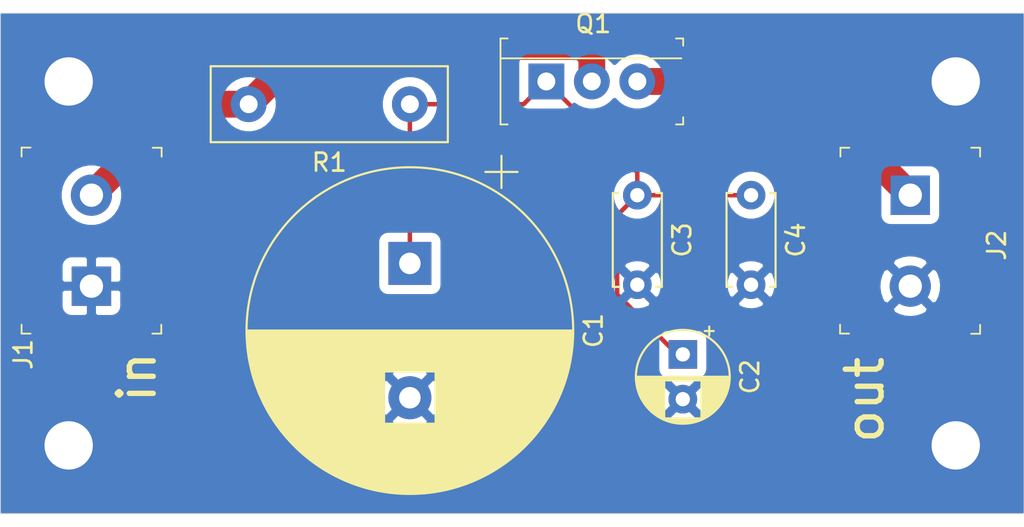
<source format=kicad_pcb>
(kicad_pcb (version 20171130) (host pcbnew "(5.1.6-0-10_14)")

  (general
    (thickness 1.6)
    (drawings 6)
    (tracks 18)
    (zones 0)
    (modules 12)
    (nets 5)
  )

  (page A4)
  (layers
    (0 F.Cu signal)
    (31 B.Cu signal)
    (32 B.Adhes user)
    (33 F.Adhes user)
    (34 B.Paste user)
    (35 F.Paste user)
    (36 B.SilkS user)
    (37 F.SilkS user)
    (38 B.Mask user)
    (39 F.Mask user)
    (40 Dwgs.User user)
    (41 Cmts.User user)
    (42 Eco1.User user)
    (43 Eco2.User user)
    (44 Edge.Cuts user)
    (45 Margin user)
    (46 B.CrtYd user)
    (47 F.CrtYd user)
    (48 B.Fab user)
    (49 F.Fab user)
  )

  (setup
    (last_trace_width 0.25)
    (user_trace_width 1.5)
    (user_trace_width 3)
    (user_trace_width 5)
    (user_trace_width 10)
    (trace_clearance 0.2)
    (zone_clearance 0.508)
    (zone_45_only no)
    (trace_min 0.2)
    (via_size 0.8)
    (via_drill 0.4)
    (via_min_size 0.4)
    (via_min_drill 0.3)
    (uvia_size 0.3)
    (uvia_drill 0.1)
    (uvias_allowed no)
    (uvia_min_size 0.2)
    (uvia_min_drill 0.1)
    (edge_width 0.05)
    (segment_width 0.2)
    (pcb_text_width 0.3)
    (pcb_text_size 1.5 1.5)
    (mod_edge_width 0.12)
    (mod_text_size 1 1)
    (mod_text_width 0.15)
    (pad_size 1.524 1.524)
    (pad_drill 0.762)
    (pad_to_mask_clearance 0.05)
    (aux_axis_origin 0 0)
    (visible_elements FFFFFF7F)
    (pcbplotparams
      (layerselection 0x010fc_ffffffff)
      (usegerberextensions false)
      (usegerberattributes true)
      (usegerberadvancedattributes true)
      (creategerberjobfile true)
      (excludeedgelayer true)
      (linewidth 0.100000)
      (plotframeref false)
      (viasonmask false)
      (mode 1)
      (useauxorigin false)
      (hpglpennumber 1)
      (hpglpenspeed 20)
      (hpglpendiameter 15.000000)
      (psnegative false)
      (psa4output false)
      (plotreference true)
      (plotvalue true)
      (plotinvisibletext false)
      (padsonsilk false)
      (subtractmaskfromsilk false)
      (outputformat 1)
      (mirror false)
      (drillshape 1)
      (scaleselection 1)
      (outputdirectory ""))
  )

  (net 0 "")
  (net 1 "Net-(C1-Pad1)")
  (net 2 "Net-(J2-Pad1)")
  (net 3 GND)
  (net 4 VCC)

  (net_class Default "This is the default net class."
    (clearance 0.2)
    (trace_width 0.25)
    (via_dia 0.8)
    (via_drill 0.4)
    (uvia_dia 0.3)
    (uvia_drill 0.1)
    (add_net GND)
    (add_net "Net-(C1-Pad1)")
    (add_net "Net-(J2-Pad1)")
    (add_net VCC)
  )

  (module MountingHole:MountingHole_2.7mm (layer F.Cu) (tedit 56D1B4CB) (tstamp 5EDB2480)
    (at 149.86 60.96)
    (descr "Mounting Hole 2.7mm, no annular")
    (tags "mounting hole 2.7mm no annular")
    (attr virtual)
    (fp_text reference " " (at 0 -3.7) (layer F.SilkS)
      (effects (font (size 1 1) (thickness 0.15)))
    )
    (fp_text value " " (at -5.08 2.54) (layer F.Fab)
      (effects (font (size 1 1) (thickness 0.15)))
    )
    (fp_text user %R (at 0.3 0) (layer F.Fab)
      (effects (font (size 1 1) (thickness 0.15)))
    )
    (fp_circle (center 0 0) (end 2.7 0) (layer Cmts.User) (width 0.15))
    (fp_circle (center 0 0) (end 2.95 0) (layer F.CrtYd) (width 0.05))
    (pad 1 np_thru_hole circle (at 0 0) (size 2.7 2.7) (drill 2.7) (layers *.Cu *.Mask))
  )

  (module MountingHole:MountingHole_2.7mm (layer F.Cu) (tedit 56D1B4CB) (tstamp 5EDB228F)
    (at 149.86 40.64)
    (descr "Mounting Hole 2.7mm, no annular")
    (tags "mounting hole 2.7mm no annular")
    (attr virtual)
    (fp_text reference " " (at 0 -3.7) (layer F.SilkS)
      (effects (font (size 1 1) (thickness 0.15)))
    )
    (fp_text value " " (at -5.08 -2.54) (layer F.Fab)
      (effects (font (size 1 1) (thickness 0.15)))
    )
    (fp_text user %R (at 0.3 0) (layer F.Fab)
      (effects (font (size 1 1) (thickness 0.15)))
    )
    (fp_circle (center 0 0) (end 2.7 0) (layer Cmts.User) (width 0.15))
    (fp_circle (center 0 0) (end 2.95 0) (layer F.CrtYd) (width 0.05))
    (pad 1 np_thru_hole circle (at 0 0) (size 2.7 2.7) (drill 2.7) (layers *.Cu *.Mask))
  )

  (module MountingHole:MountingHole_2.7mm (layer F.Cu) (tedit 56D1B4CB) (tstamp 5EDB209E)
    (at 100.33 60.96)
    (descr "Mounting Hole 2.7mm, no annular")
    (tags "mounting hole 2.7mm no annular")
    (attr virtual)
    (fp_text reference " " (at 0 -3.7) (layer F.SilkS)
      (effects (font (size 1 1) (thickness 0.15)))
    )
    (fp_text value " " (at 0 3.7) (layer F.Fab)
      (effects (font (size 1 1) (thickness 0.15)))
    )
    (fp_text user %R (at 0.3 0) (layer F.Fab)
      (effects (font (size 1 1) (thickness 0.15)))
    )
    (fp_circle (center 0 0) (end 2.7 0) (layer Cmts.User) (width 0.15))
    (fp_circle (center 0 0) (end 2.95 0) (layer F.CrtYd) (width 0.05))
    (pad 1 np_thru_hole circle (at 0 0) (size 2.7 2.7) (drill 2.7) (layers *.Cu *.Mask))
  )

  (module MountingHole:MountingHole_2.7mm (layer F.Cu) (tedit 56D1B4CB) (tstamp 5EDB1EAD)
    (at 100.33 40.64)
    (descr "Mounting Hole 2.7mm, no annular")
    (tags "mounting hole 2.7mm no annular")
    (attr virtual)
    (fp_text reference " " (at 0 -3.7) (layer F.SilkS)
      (effects (font (size 1 1) (thickness 0.15)))
    )
    (fp_text value " " (at 0 3.7) (layer F.Fab)
      (effects (font (size 1 1) (thickness 0.15)))
    )
    (fp_text user %R (at 0.3 0) (layer F.Fab)
      (effects (font (size 1 1) (thickness 0.15)))
    )
    (fp_circle (center 0 0) (end 2.7 0) (layer Cmts.User) (width 0.15))
    (fp_circle (center 0 0) (end 2.95 0) (layer F.CrtYd) (width 0.05))
    (pad 1 np_thru_hole circle (at 0 0) (size 2.7 2.7) (drill 2.7) (layers *.Cu *.Mask))
  )

  (module Capacitor_THT:CP_Radial_D18.0mm_P7.50mm (layer F.Cu) (tedit 5AE50EF1) (tstamp 5EDAF78B)
    (at 119.38 50.8 270)
    (descr "CP, Radial series, Radial, pin pitch=7.50mm, , diameter=18mm, Electrolytic Capacitor")
    (tags "CP Radial series Radial pin pitch 7.50mm  diameter 18mm Electrolytic Capacitor")
    (path /5EE20E4E)
    (fp_text reference C1 (at 3.75 -10.25 90) (layer F.SilkS)
      (effects (font (size 1 1) (thickness 0.15)))
    )
    (fp_text value 4700u (at 3.75 10.25 90) (layer F.Fab)
      (effects (font (size 1 1) (thickness 0.15)))
    )
    (fp_line (start -5.10944 -6.015) (end -5.10944 -4.215) (layer F.SilkS) (width 0.12))
    (fp_line (start -6.00944 -5.115) (end -4.20944 -5.115) (layer F.SilkS) (width 0.12))
    (fp_line (start 12.87 -0.04) (end 12.87 0.04) (layer F.SilkS) (width 0.12))
    (fp_line (start 12.83 -0.814) (end 12.83 0.814) (layer F.SilkS) (width 0.12))
    (fp_line (start 12.79 -1.166) (end 12.79 1.166) (layer F.SilkS) (width 0.12))
    (fp_line (start 12.75 -1.435) (end 12.75 1.435) (layer F.SilkS) (width 0.12))
    (fp_line (start 12.71 -1.661) (end 12.71 1.661) (layer F.SilkS) (width 0.12))
    (fp_line (start 12.67 -1.86) (end 12.67 1.86) (layer F.SilkS) (width 0.12))
    (fp_line (start 12.63 -2.039) (end 12.63 2.039) (layer F.SilkS) (width 0.12))
    (fp_line (start 12.59 -2.203) (end 12.59 2.203) (layer F.SilkS) (width 0.12))
    (fp_line (start 12.55 -2.355) (end 12.55 2.355) (layer F.SilkS) (width 0.12))
    (fp_line (start 12.51 -2.498) (end 12.51 2.498) (layer F.SilkS) (width 0.12))
    (fp_line (start 12.47 -2.632) (end 12.47 2.632) (layer F.SilkS) (width 0.12))
    (fp_line (start 12.43 -2.759) (end 12.43 2.759) (layer F.SilkS) (width 0.12))
    (fp_line (start 12.39 -2.88) (end 12.39 2.88) (layer F.SilkS) (width 0.12))
    (fp_line (start 12.35 -2.996) (end 12.35 2.996) (layer F.SilkS) (width 0.12))
    (fp_line (start 12.31 -3.107) (end 12.31 3.107) (layer F.SilkS) (width 0.12))
    (fp_line (start 12.27 -3.214) (end 12.27 3.214) (layer F.SilkS) (width 0.12))
    (fp_line (start 12.23 -3.317) (end 12.23 3.317) (layer F.SilkS) (width 0.12))
    (fp_line (start 12.19 -3.416) (end 12.19 3.416) (layer F.SilkS) (width 0.12))
    (fp_line (start 12.15 -3.512) (end 12.15 3.512) (layer F.SilkS) (width 0.12))
    (fp_line (start 12.11 -3.605) (end 12.11 3.605) (layer F.SilkS) (width 0.12))
    (fp_line (start 12.07 -3.696) (end 12.07 3.696) (layer F.SilkS) (width 0.12))
    (fp_line (start 12.03 -3.784) (end 12.03 3.784) (layer F.SilkS) (width 0.12))
    (fp_line (start 11.99 -3.869) (end 11.99 3.869) (layer F.SilkS) (width 0.12))
    (fp_line (start 11.95 -3.952) (end 11.95 3.952) (layer F.SilkS) (width 0.12))
    (fp_line (start 11.911 -4.033) (end 11.911 4.033) (layer F.SilkS) (width 0.12))
    (fp_line (start 11.871 -4.113) (end 11.871 4.113) (layer F.SilkS) (width 0.12))
    (fp_line (start 11.831 -4.19) (end 11.831 4.19) (layer F.SilkS) (width 0.12))
    (fp_line (start 11.791 -4.265) (end 11.791 4.265) (layer F.SilkS) (width 0.12))
    (fp_line (start 11.751 -4.339) (end 11.751 4.339) (layer F.SilkS) (width 0.12))
    (fp_line (start 11.711 -4.412) (end 11.711 4.412) (layer F.SilkS) (width 0.12))
    (fp_line (start 11.671 -4.482) (end 11.671 4.482) (layer F.SilkS) (width 0.12))
    (fp_line (start 11.631 -4.552) (end 11.631 4.552) (layer F.SilkS) (width 0.12))
    (fp_line (start 11.591 -4.62) (end 11.591 4.62) (layer F.SilkS) (width 0.12))
    (fp_line (start 11.551 -4.686) (end 11.551 4.686) (layer F.SilkS) (width 0.12))
    (fp_line (start 11.511 -4.752) (end 11.511 4.752) (layer F.SilkS) (width 0.12))
    (fp_line (start 11.471 -4.816) (end 11.471 4.816) (layer F.SilkS) (width 0.12))
    (fp_line (start 11.431 -4.879) (end 11.431 4.879) (layer F.SilkS) (width 0.12))
    (fp_line (start 11.391 -4.941) (end 11.391 4.941) (layer F.SilkS) (width 0.12))
    (fp_line (start 11.351 -5.002) (end 11.351 5.002) (layer F.SilkS) (width 0.12))
    (fp_line (start 11.311 -5.062) (end 11.311 5.062) (layer F.SilkS) (width 0.12))
    (fp_line (start 11.271 -5.12) (end 11.271 5.12) (layer F.SilkS) (width 0.12))
    (fp_line (start 11.231 -5.178) (end 11.231 5.178) (layer F.SilkS) (width 0.12))
    (fp_line (start 11.191 -5.235) (end 11.191 5.235) (layer F.SilkS) (width 0.12))
    (fp_line (start 11.151 -5.291) (end 11.151 5.291) (layer F.SilkS) (width 0.12))
    (fp_line (start 11.111 -5.346) (end 11.111 5.346) (layer F.SilkS) (width 0.12))
    (fp_line (start 11.071 -5.4) (end 11.071 5.4) (layer F.SilkS) (width 0.12))
    (fp_line (start 11.031 -5.454) (end 11.031 5.454) (layer F.SilkS) (width 0.12))
    (fp_line (start 10.991 -5.506) (end 10.991 5.506) (layer F.SilkS) (width 0.12))
    (fp_line (start 10.951 -5.558) (end 10.951 5.558) (layer F.SilkS) (width 0.12))
    (fp_line (start 10.911 -5.609) (end 10.911 5.609) (layer F.SilkS) (width 0.12))
    (fp_line (start 10.871 -5.66) (end 10.871 5.66) (layer F.SilkS) (width 0.12))
    (fp_line (start 10.831 -5.709) (end 10.831 5.709) (layer F.SilkS) (width 0.12))
    (fp_line (start 10.791 -5.758) (end 10.791 5.758) (layer F.SilkS) (width 0.12))
    (fp_line (start 10.751 -5.806) (end 10.751 5.806) (layer F.SilkS) (width 0.12))
    (fp_line (start 10.711 -5.854) (end 10.711 5.854) (layer F.SilkS) (width 0.12))
    (fp_line (start 10.671 -5.901) (end 10.671 5.901) (layer F.SilkS) (width 0.12))
    (fp_line (start 10.631 -5.947) (end 10.631 5.947) (layer F.SilkS) (width 0.12))
    (fp_line (start 10.591 -5.993) (end 10.591 5.993) (layer F.SilkS) (width 0.12))
    (fp_line (start 10.551 -6.038) (end 10.551 6.038) (layer F.SilkS) (width 0.12))
    (fp_line (start 10.511 -6.082) (end 10.511 6.082) (layer F.SilkS) (width 0.12))
    (fp_line (start 10.471 -6.126) (end 10.471 6.126) (layer F.SilkS) (width 0.12))
    (fp_line (start 10.431 -6.17) (end 10.431 6.17) (layer F.SilkS) (width 0.12))
    (fp_line (start 10.391 -6.212) (end 10.391 6.212) (layer F.SilkS) (width 0.12))
    (fp_line (start 10.351 -6.254) (end 10.351 6.254) (layer F.SilkS) (width 0.12))
    (fp_line (start 10.311 -6.296) (end 10.311 6.296) (layer F.SilkS) (width 0.12))
    (fp_line (start 10.271 -6.337) (end 10.271 6.337) (layer F.SilkS) (width 0.12))
    (fp_line (start 10.231 -6.378) (end 10.231 6.378) (layer F.SilkS) (width 0.12))
    (fp_line (start 10.191 -6.418) (end 10.191 6.418) (layer F.SilkS) (width 0.12))
    (fp_line (start 10.151 -6.458) (end 10.151 6.458) (layer F.SilkS) (width 0.12))
    (fp_line (start 10.111 -6.497) (end 10.111 6.497) (layer F.SilkS) (width 0.12))
    (fp_line (start 10.071 -6.536) (end 10.071 6.536) (layer F.SilkS) (width 0.12))
    (fp_line (start 10.031 -6.574) (end 10.031 6.574) (layer F.SilkS) (width 0.12))
    (fp_line (start 9.991 -6.612) (end 9.991 6.612) (layer F.SilkS) (width 0.12))
    (fp_line (start 9.951 -6.649) (end 9.951 6.649) (layer F.SilkS) (width 0.12))
    (fp_line (start 9.911 -6.686) (end 9.911 6.686) (layer F.SilkS) (width 0.12))
    (fp_line (start 9.871 -6.722) (end 9.871 6.722) (layer F.SilkS) (width 0.12))
    (fp_line (start 9.831 -6.758) (end 9.831 6.758) (layer F.SilkS) (width 0.12))
    (fp_line (start 9.791 -6.794) (end 9.791 6.794) (layer F.SilkS) (width 0.12))
    (fp_line (start 9.751 -6.829) (end 9.751 6.829) (layer F.SilkS) (width 0.12))
    (fp_line (start 9.711 -6.864) (end 9.711 6.864) (layer F.SilkS) (width 0.12))
    (fp_line (start 9.671 -6.898) (end 9.671 6.898) (layer F.SilkS) (width 0.12))
    (fp_line (start 9.631 -6.932) (end 9.631 6.932) (layer F.SilkS) (width 0.12))
    (fp_line (start 9.591 -6.965) (end 9.591 6.965) (layer F.SilkS) (width 0.12))
    (fp_line (start 9.551 -6.999) (end 9.551 6.999) (layer F.SilkS) (width 0.12))
    (fp_line (start 9.511 -7.031) (end 9.511 7.031) (layer F.SilkS) (width 0.12))
    (fp_line (start 9.471 -7.064) (end 9.471 7.064) (layer F.SilkS) (width 0.12))
    (fp_line (start 9.431 -7.096) (end 9.431 7.096) (layer F.SilkS) (width 0.12))
    (fp_line (start 9.391 -7.127) (end 9.391 7.127) (layer F.SilkS) (width 0.12))
    (fp_line (start 9.351 -7.159) (end 9.351 7.159) (layer F.SilkS) (width 0.12))
    (fp_line (start 9.311 -7.19) (end 9.311 7.19) (layer F.SilkS) (width 0.12))
    (fp_line (start 9.271 -7.22) (end 9.271 7.22) (layer F.SilkS) (width 0.12))
    (fp_line (start 9.231 -7.25) (end 9.231 7.25) (layer F.SilkS) (width 0.12))
    (fp_line (start 9.191 -7.28) (end 9.191 7.28) (layer F.SilkS) (width 0.12))
    (fp_line (start 9.151 -7.31) (end 9.151 7.31) (layer F.SilkS) (width 0.12))
    (fp_line (start 9.111 -7.339) (end 9.111 7.339) (layer F.SilkS) (width 0.12))
    (fp_line (start 9.071 -7.368) (end 9.071 7.368) (layer F.SilkS) (width 0.12))
    (fp_line (start 9.031 -7.397) (end 9.031 7.397) (layer F.SilkS) (width 0.12))
    (fp_line (start 8.991 -7.425) (end 8.991 7.425) (layer F.SilkS) (width 0.12))
    (fp_line (start 8.951 -7.453) (end 8.951 7.453) (layer F.SilkS) (width 0.12))
    (fp_line (start 8.911 1.44) (end 8.911 7.48) (layer F.SilkS) (width 0.12))
    (fp_line (start 8.911 -7.48) (end 8.911 -1.44) (layer F.SilkS) (width 0.12))
    (fp_line (start 8.871 1.44) (end 8.871 7.508) (layer F.SilkS) (width 0.12))
    (fp_line (start 8.871 -7.508) (end 8.871 -1.44) (layer F.SilkS) (width 0.12))
    (fp_line (start 8.831 1.44) (end 8.831 7.535) (layer F.SilkS) (width 0.12))
    (fp_line (start 8.831 -7.535) (end 8.831 -1.44) (layer F.SilkS) (width 0.12))
    (fp_line (start 8.791 1.44) (end 8.791 7.561) (layer F.SilkS) (width 0.12))
    (fp_line (start 8.791 -7.561) (end 8.791 -1.44) (layer F.SilkS) (width 0.12))
    (fp_line (start 8.751 1.44) (end 8.751 7.588) (layer F.SilkS) (width 0.12))
    (fp_line (start 8.751 -7.588) (end 8.751 -1.44) (layer F.SilkS) (width 0.12))
    (fp_line (start 8.711 1.44) (end 8.711 7.614) (layer F.SilkS) (width 0.12))
    (fp_line (start 8.711 -7.614) (end 8.711 -1.44) (layer F.SilkS) (width 0.12))
    (fp_line (start 8.671 1.44) (end 8.671 7.64) (layer F.SilkS) (width 0.12))
    (fp_line (start 8.671 -7.64) (end 8.671 -1.44) (layer F.SilkS) (width 0.12))
    (fp_line (start 8.631 1.44) (end 8.631 7.665) (layer F.SilkS) (width 0.12))
    (fp_line (start 8.631 -7.665) (end 8.631 -1.44) (layer F.SilkS) (width 0.12))
    (fp_line (start 8.591 1.44) (end 8.591 7.69) (layer F.SilkS) (width 0.12))
    (fp_line (start 8.591 -7.69) (end 8.591 -1.44) (layer F.SilkS) (width 0.12))
    (fp_line (start 8.551 1.44) (end 8.551 7.715) (layer F.SilkS) (width 0.12))
    (fp_line (start 8.551 -7.715) (end 8.551 -1.44) (layer F.SilkS) (width 0.12))
    (fp_line (start 8.511 1.44) (end 8.511 7.74) (layer F.SilkS) (width 0.12))
    (fp_line (start 8.511 -7.74) (end 8.511 -1.44) (layer F.SilkS) (width 0.12))
    (fp_line (start 8.471 1.44) (end 8.471 7.764) (layer F.SilkS) (width 0.12))
    (fp_line (start 8.471 -7.764) (end 8.471 -1.44) (layer F.SilkS) (width 0.12))
    (fp_line (start 8.431 1.44) (end 8.431 7.788) (layer F.SilkS) (width 0.12))
    (fp_line (start 8.431 -7.788) (end 8.431 -1.44) (layer F.SilkS) (width 0.12))
    (fp_line (start 8.391 1.44) (end 8.391 7.812) (layer F.SilkS) (width 0.12))
    (fp_line (start 8.391 -7.812) (end 8.391 -1.44) (layer F.SilkS) (width 0.12))
    (fp_line (start 8.351 1.44) (end 8.351 7.835) (layer F.SilkS) (width 0.12))
    (fp_line (start 8.351 -7.835) (end 8.351 -1.44) (layer F.SilkS) (width 0.12))
    (fp_line (start 8.311 1.44) (end 8.311 7.859) (layer F.SilkS) (width 0.12))
    (fp_line (start 8.311 -7.859) (end 8.311 -1.44) (layer F.SilkS) (width 0.12))
    (fp_line (start 8.271 1.44) (end 8.271 7.882) (layer F.SilkS) (width 0.12))
    (fp_line (start 8.271 -7.882) (end 8.271 -1.44) (layer F.SilkS) (width 0.12))
    (fp_line (start 8.231 1.44) (end 8.231 7.904) (layer F.SilkS) (width 0.12))
    (fp_line (start 8.231 -7.904) (end 8.231 -1.44) (layer F.SilkS) (width 0.12))
    (fp_line (start 8.191 1.44) (end 8.191 7.927) (layer F.SilkS) (width 0.12))
    (fp_line (start 8.191 -7.927) (end 8.191 -1.44) (layer F.SilkS) (width 0.12))
    (fp_line (start 8.151 1.44) (end 8.151 7.949) (layer F.SilkS) (width 0.12))
    (fp_line (start 8.151 -7.949) (end 8.151 -1.44) (layer F.SilkS) (width 0.12))
    (fp_line (start 8.111 1.44) (end 8.111 7.971) (layer F.SilkS) (width 0.12))
    (fp_line (start 8.111 -7.971) (end 8.111 -1.44) (layer F.SilkS) (width 0.12))
    (fp_line (start 8.071 1.44) (end 8.071 7.992) (layer F.SilkS) (width 0.12))
    (fp_line (start 8.071 -7.992) (end 8.071 -1.44) (layer F.SilkS) (width 0.12))
    (fp_line (start 8.031 1.44) (end 8.031 8.014) (layer F.SilkS) (width 0.12))
    (fp_line (start 8.031 -8.014) (end 8.031 -1.44) (layer F.SilkS) (width 0.12))
    (fp_line (start 7.991 1.44) (end 7.991 8.035) (layer F.SilkS) (width 0.12))
    (fp_line (start 7.991 -8.035) (end 7.991 -1.44) (layer F.SilkS) (width 0.12))
    (fp_line (start 7.951 1.44) (end 7.951 8.056) (layer F.SilkS) (width 0.12))
    (fp_line (start 7.951 -8.056) (end 7.951 -1.44) (layer F.SilkS) (width 0.12))
    (fp_line (start 7.911 1.44) (end 7.911 8.076) (layer F.SilkS) (width 0.12))
    (fp_line (start 7.911 -8.076) (end 7.911 -1.44) (layer F.SilkS) (width 0.12))
    (fp_line (start 7.871 1.44) (end 7.871 8.097) (layer F.SilkS) (width 0.12))
    (fp_line (start 7.871 -8.097) (end 7.871 -1.44) (layer F.SilkS) (width 0.12))
    (fp_line (start 7.831 1.44) (end 7.831 8.117) (layer F.SilkS) (width 0.12))
    (fp_line (start 7.831 -8.117) (end 7.831 -1.44) (layer F.SilkS) (width 0.12))
    (fp_line (start 7.791 1.44) (end 7.791 8.137) (layer F.SilkS) (width 0.12))
    (fp_line (start 7.791 -8.137) (end 7.791 -1.44) (layer F.SilkS) (width 0.12))
    (fp_line (start 7.751 1.44) (end 7.751 8.156) (layer F.SilkS) (width 0.12))
    (fp_line (start 7.751 -8.156) (end 7.751 -1.44) (layer F.SilkS) (width 0.12))
    (fp_line (start 7.711 1.44) (end 7.711 8.176) (layer F.SilkS) (width 0.12))
    (fp_line (start 7.711 -8.176) (end 7.711 -1.44) (layer F.SilkS) (width 0.12))
    (fp_line (start 7.671 1.44) (end 7.671 8.195) (layer F.SilkS) (width 0.12))
    (fp_line (start 7.671 -8.195) (end 7.671 -1.44) (layer F.SilkS) (width 0.12))
    (fp_line (start 7.631 1.44) (end 7.631 8.214) (layer F.SilkS) (width 0.12))
    (fp_line (start 7.631 -8.214) (end 7.631 -1.44) (layer F.SilkS) (width 0.12))
    (fp_line (start 7.591 1.44) (end 7.591 8.233) (layer F.SilkS) (width 0.12))
    (fp_line (start 7.591 -8.233) (end 7.591 -1.44) (layer F.SilkS) (width 0.12))
    (fp_line (start 7.551 1.44) (end 7.551 8.251) (layer F.SilkS) (width 0.12))
    (fp_line (start 7.551 -8.251) (end 7.551 -1.44) (layer F.SilkS) (width 0.12))
    (fp_line (start 7.511 1.44) (end 7.511 8.269) (layer F.SilkS) (width 0.12))
    (fp_line (start 7.511 -8.269) (end 7.511 -1.44) (layer F.SilkS) (width 0.12))
    (fp_line (start 7.471 1.44) (end 7.471 8.287) (layer F.SilkS) (width 0.12))
    (fp_line (start 7.471 -8.287) (end 7.471 -1.44) (layer F.SilkS) (width 0.12))
    (fp_line (start 7.431 1.44) (end 7.431 8.305) (layer F.SilkS) (width 0.12))
    (fp_line (start 7.431 -8.305) (end 7.431 -1.44) (layer F.SilkS) (width 0.12))
    (fp_line (start 7.391 1.44) (end 7.391 8.323) (layer F.SilkS) (width 0.12))
    (fp_line (start 7.391 -8.323) (end 7.391 -1.44) (layer F.SilkS) (width 0.12))
    (fp_line (start 7.351 1.44) (end 7.351 8.34) (layer F.SilkS) (width 0.12))
    (fp_line (start 7.351 -8.34) (end 7.351 -1.44) (layer F.SilkS) (width 0.12))
    (fp_line (start 7.311 1.44) (end 7.311 8.357) (layer F.SilkS) (width 0.12))
    (fp_line (start 7.311 -8.357) (end 7.311 -1.44) (layer F.SilkS) (width 0.12))
    (fp_line (start 7.271 1.44) (end 7.271 8.374) (layer F.SilkS) (width 0.12))
    (fp_line (start 7.271 -8.374) (end 7.271 -1.44) (layer F.SilkS) (width 0.12))
    (fp_line (start 7.231 1.44) (end 7.231 8.39) (layer F.SilkS) (width 0.12))
    (fp_line (start 7.231 -8.39) (end 7.231 -1.44) (layer F.SilkS) (width 0.12))
    (fp_line (start 7.191 1.44) (end 7.191 8.407) (layer F.SilkS) (width 0.12))
    (fp_line (start 7.191 -8.407) (end 7.191 -1.44) (layer F.SilkS) (width 0.12))
    (fp_line (start 7.151 1.44) (end 7.151 8.423) (layer F.SilkS) (width 0.12))
    (fp_line (start 7.151 -8.423) (end 7.151 -1.44) (layer F.SilkS) (width 0.12))
    (fp_line (start 7.111 1.44) (end 7.111 8.439) (layer F.SilkS) (width 0.12))
    (fp_line (start 7.111 -8.439) (end 7.111 -1.44) (layer F.SilkS) (width 0.12))
    (fp_line (start 7.071 1.44) (end 7.071 8.455) (layer F.SilkS) (width 0.12))
    (fp_line (start 7.071 -8.455) (end 7.071 -1.44) (layer F.SilkS) (width 0.12))
    (fp_line (start 7.031 1.44) (end 7.031 8.47) (layer F.SilkS) (width 0.12))
    (fp_line (start 7.031 -8.47) (end 7.031 -1.44) (layer F.SilkS) (width 0.12))
    (fp_line (start 6.991 1.44) (end 6.991 8.486) (layer F.SilkS) (width 0.12))
    (fp_line (start 6.991 -8.486) (end 6.991 -1.44) (layer F.SilkS) (width 0.12))
    (fp_line (start 6.951 1.44) (end 6.951 8.501) (layer F.SilkS) (width 0.12))
    (fp_line (start 6.951 -8.501) (end 6.951 -1.44) (layer F.SilkS) (width 0.12))
    (fp_line (start 6.911 1.44) (end 6.911 8.516) (layer F.SilkS) (width 0.12))
    (fp_line (start 6.911 -8.516) (end 6.911 -1.44) (layer F.SilkS) (width 0.12))
    (fp_line (start 6.871 1.44) (end 6.871 8.53) (layer F.SilkS) (width 0.12))
    (fp_line (start 6.871 -8.53) (end 6.871 -1.44) (layer F.SilkS) (width 0.12))
    (fp_line (start 6.831 1.44) (end 6.831 8.545) (layer F.SilkS) (width 0.12))
    (fp_line (start 6.831 -8.545) (end 6.831 -1.44) (layer F.SilkS) (width 0.12))
    (fp_line (start 6.791 1.44) (end 6.791 8.559) (layer F.SilkS) (width 0.12))
    (fp_line (start 6.791 -8.559) (end 6.791 -1.44) (layer F.SilkS) (width 0.12))
    (fp_line (start 6.751 1.44) (end 6.751 8.573) (layer F.SilkS) (width 0.12))
    (fp_line (start 6.751 -8.573) (end 6.751 -1.44) (layer F.SilkS) (width 0.12))
    (fp_line (start 6.711 1.44) (end 6.711 8.587) (layer F.SilkS) (width 0.12))
    (fp_line (start 6.711 -8.587) (end 6.711 -1.44) (layer F.SilkS) (width 0.12))
    (fp_line (start 6.671 1.44) (end 6.671 8.6) (layer F.SilkS) (width 0.12))
    (fp_line (start 6.671 -8.6) (end 6.671 -1.44) (layer F.SilkS) (width 0.12))
    (fp_line (start 6.631 1.44) (end 6.631 8.614) (layer F.SilkS) (width 0.12))
    (fp_line (start 6.631 -8.614) (end 6.631 -1.44) (layer F.SilkS) (width 0.12))
    (fp_line (start 6.591 1.44) (end 6.591 8.627) (layer F.SilkS) (width 0.12))
    (fp_line (start 6.591 -8.627) (end 6.591 -1.44) (layer F.SilkS) (width 0.12))
    (fp_line (start 6.551 1.44) (end 6.551 8.64) (layer F.SilkS) (width 0.12))
    (fp_line (start 6.551 -8.64) (end 6.551 -1.44) (layer F.SilkS) (width 0.12))
    (fp_line (start 6.511 1.44) (end 6.511 8.653) (layer F.SilkS) (width 0.12))
    (fp_line (start 6.511 -8.653) (end 6.511 -1.44) (layer F.SilkS) (width 0.12))
    (fp_line (start 6.471 1.44) (end 6.471 8.665) (layer F.SilkS) (width 0.12))
    (fp_line (start 6.471 -8.665) (end 6.471 -1.44) (layer F.SilkS) (width 0.12))
    (fp_line (start 6.431 1.44) (end 6.431 8.678) (layer F.SilkS) (width 0.12))
    (fp_line (start 6.431 -8.678) (end 6.431 -1.44) (layer F.SilkS) (width 0.12))
    (fp_line (start 6.391 1.44) (end 6.391 8.69) (layer F.SilkS) (width 0.12))
    (fp_line (start 6.391 -8.69) (end 6.391 -1.44) (layer F.SilkS) (width 0.12))
    (fp_line (start 6.351 1.44) (end 6.351 8.702) (layer F.SilkS) (width 0.12))
    (fp_line (start 6.351 -8.702) (end 6.351 -1.44) (layer F.SilkS) (width 0.12))
    (fp_line (start 6.311 1.44) (end 6.311 8.714) (layer F.SilkS) (width 0.12))
    (fp_line (start 6.311 -8.714) (end 6.311 -1.44) (layer F.SilkS) (width 0.12))
    (fp_line (start 6.271 1.44) (end 6.271 8.725) (layer F.SilkS) (width 0.12))
    (fp_line (start 6.271 -8.725) (end 6.271 -1.44) (layer F.SilkS) (width 0.12))
    (fp_line (start 6.231 1.44) (end 6.231 8.737) (layer F.SilkS) (width 0.12))
    (fp_line (start 6.231 -8.737) (end 6.231 -1.44) (layer F.SilkS) (width 0.12))
    (fp_line (start 6.191 1.44) (end 6.191 8.748) (layer F.SilkS) (width 0.12))
    (fp_line (start 6.191 -8.748) (end 6.191 -1.44) (layer F.SilkS) (width 0.12))
    (fp_line (start 6.151 1.44) (end 6.151 8.759) (layer F.SilkS) (width 0.12))
    (fp_line (start 6.151 -8.759) (end 6.151 -1.44) (layer F.SilkS) (width 0.12))
    (fp_line (start 6.111 1.44) (end 6.111 8.77) (layer F.SilkS) (width 0.12))
    (fp_line (start 6.111 -8.77) (end 6.111 -1.44) (layer F.SilkS) (width 0.12))
    (fp_line (start 6.071 1.44) (end 6.071 8.78) (layer F.SilkS) (width 0.12))
    (fp_line (start 6.071 -8.78) (end 6.071 -1.44) (layer F.SilkS) (width 0.12))
    (fp_line (start 6.031 -8.791) (end 6.031 8.791) (layer F.SilkS) (width 0.12))
    (fp_line (start 5.991 -8.801) (end 5.991 8.801) (layer F.SilkS) (width 0.12))
    (fp_line (start 5.951 -8.811) (end 5.951 8.811) (layer F.SilkS) (width 0.12))
    (fp_line (start 5.911 -8.821) (end 5.911 8.821) (layer F.SilkS) (width 0.12))
    (fp_line (start 5.871 -8.831) (end 5.871 8.831) (layer F.SilkS) (width 0.12))
    (fp_line (start 5.831 -8.84) (end 5.831 8.84) (layer F.SilkS) (width 0.12))
    (fp_line (start 5.791 -8.849) (end 5.791 8.849) (layer F.SilkS) (width 0.12))
    (fp_line (start 5.751 -8.858) (end 5.751 8.858) (layer F.SilkS) (width 0.12))
    (fp_line (start 5.711 -8.867) (end 5.711 8.867) (layer F.SilkS) (width 0.12))
    (fp_line (start 5.671 -8.876) (end 5.671 8.876) (layer F.SilkS) (width 0.12))
    (fp_line (start 5.631 -8.885) (end 5.631 8.885) (layer F.SilkS) (width 0.12))
    (fp_line (start 5.591 -8.893) (end 5.591 8.893) (layer F.SilkS) (width 0.12))
    (fp_line (start 5.551 -8.901) (end 5.551 8.901) (layer F.SilkS) (width 0.12))
    (fp_line (start 5.511 -8.909) (end 5.511 8.909) (layer F.SilkS) (width 0.12))
    (fp_line (start 5.471 -8.917) (end 5.471 8.917) (layer F.SilkS) (width 0.12))
    (fp_line (start 5.431 -8.924) (end 5.431 8.924) (layer F.SilkS) (width 0.12))
    (fp_line (start 5.391 -8.932) (end 5.391 8.932) (layer F.SilkS) (width 0.12))
    (fp_line (start 5.351 -8.939) (end 5.351 8.939) (layer F.SilkS) (width 0.12))
    (fp_line (start 5.311 -8.946) (end 5.311 8.946) (layer F.SilkS) (width 0.12))
    (fp_line (start 5.271 -8.953) (end 5.271 8.953) (layer F.SilkS) (width 0.12))
    (fp_line (start 5.231 -8.96) (end 5.231 8.96) (layer F.SilkS) (width 0.12))
    (fp_line (start 5.191 -8.966) (end 5.191 8.966) (layer F.SilkS) (width 0.12))
    (fp_line (start 5.151 -8.972) (end 5.151 8.972) (layer F.SilkS) (width 0.12))
    (fp_line (start 5.111 -8.979) (end 5.111 8.979) (layer F.SilkS) (width 0.12))
    (fp_line (start 5.071 -8.984) (end 5.071 8.984) (layer F.SilkS) (width 0.12))
    (fp_line (start 5.031 -8.99) (end 5.031 8.99) (layer F.SilkS) (width 0.12))
    (fp_line (start 4.991 -8.996) (end 4.991 8.996) (layer F.SilkS) (width 0.12))
    (fp_line (start 4.951 -9.001) (end 4.951 9.001) (layer F.SilkS) (width 0.12))
    (fp_line (start 4.911 -9.006) (end 4.911 9.006) (layer F.SilkS) (width 0.12))
    (fp_line (start 4.871 -9.011) (end 4.871 9.011) (layer F.SilkS) (width 0.12))
    (fp_line (start 4.831 -9.016) (end 4.831 9.016) (layer F.SilkS) (width 0.12))
    (fp_line (start 4.791 -9.021) (end 4.791 9.021) (layer F.SilkS) (width 0.12))
    (fp_line (start 4.751 -9.026) (end 4.751 9.026) (layer F.SilkS) (width 0.12))
    (fp_line (start 4.711 -9.03) (end 4.711 9.03) (layer F.SilkS) (width 0.12))
    (fp_line (start 4.671 -9.034) (end 4.671 9.034) (layer F.SilkS) (width 0.12))
    (fp_line (start 4.631 -9.038) (end 4.631 9.038) (layer F.SilkS) (width 0.12))
    (fp_line (start 4.591 -9.042) (end 4.591 9.042) (layer F.SilkS) (width 0.12))
    (fp_line (start 4.551 -9.045) (end 4.551 9.045) (layer F.SilkS) (width 0.12))
    (fp_line (start 4.511 -9.049) (end 4.511 9.049) (layer F.SilkS) (width 0.12))
    (fp_line (start 4.471 -9.052) (end 4.471 9.052) (layer F.SilkS) (width 0.12))
    (fp_line (start 4.43 -9.055) (end 4.43 9.055) (layer F.SilkS) (width 0.12))
    (fp_line (start 4.39 -9.058) (end 4.39 9.058) (layer F.SilkS) (width 0.12))
    (fp_line (start 4.35 -9.061) (end 4.35 9.061) (layer F.SilkS) (width 0.12))
    (fp_line (start 4.31 -9.063) (end 4.31 9.063) (layer F.SilkS) (width 0.12))
    (fp_line (start 4.27 -9.066) (end 4.27 9.066) (layer F.SilkS) (width 0.12))
    (fp_line (start 4.23 -9.068) (end 4.23 9.068) (layer F.SilkS) (width 0.12))
    (fp_line (start 4.19 -9.07) (end 4.19 9.07) (layer F.SilkS) (width 0.12))
    (fp_line (start 4.15 -9.072) (end 4.15 9.072) (layer F.SilkS) (width 0.12))
    (fp_line (start 4.11 -9.073) (end 4.11 9.073) (layer F.SilkS) (width 0.12))
    (fp_line (start 4.07 -9.075) (end 4.07 9.075) (layer F.SilkS) (width 0.12))
    (fp_line (start 4.03 -9.076) (end 4.03 9.076) (layer F.SilkS) (width 0.12))
    (fp_line (start 3.99 -9.077) (end 3.99 9.077) (layer F.SilkS) (width 0.12))
    (fp_line (start 3.95 -9.078) (end 3.95 9.078) (layer F.SilkS) (width 0.12))
    (fp_line (start 3.91 -9.079) (end 3.91 9.079) (layer F.SilkS) (width 0.12))
    (fp_line (start 3.87 -9.08) (end 3.87 9.08) (layer F.SilkS) (width 0.12))
    (fp_line (start 3.83 -9.08) (end 3.83 9.08) (layer F.SilkS) (width 0.12))
    (fp_line (start 3.79 -9.08) (end 3.79 9.08) (layer F.SilkS) (width 0.12))
    (fp_line (start 3.75 -9.081) (end 3.75 9.081) (layer F.SilkS) (width 0.12))
    (fp_line (start -3.087271 -4.8475) (end -3.087271 -3.0475) (layer F.Fab) (width 0.1))
    (fp_line (start -3.987271 -3.9475) (end -2.187271 -3.9475) (layer F.Fab) (width 0.1))
    (fp_circle (center 3.75 0) (end 13 0) (layer F.CrtYd) (width 0.05))
    (fp_circle (center 3.75 0) (end 12.87 0) (layer F.SilkS) (width 0.12))
    (fp_circle (center 3.75 0) (end 12.75 0) (layer F.Fab) (width 0.1))
    (fp_text user %R (at 3.75 0 90) (layer F.Fab)
      (effects (font (size 1 1) (thickness 0.15)))
    )
    (pad 1 thru_hole rect (at 0 0 270) (size 2.4 2.4) (drill 1.2) (layers *.Cu *.Mask)
      (net 1 "Net-(C1-Pad1)"))
    (pad 2 thru_hole circle (at 7.5 0 270) (size 2.4 2.4) (drill 1.2) (layers *.Cu *.Mask)
      (net 3 GND))
    (model ${KISYS3DMOD}/Capacitor_THT.3dshapes/CP_Radial_D18.0mm_P7.50mm.wrl
      (at (xyz 0 0 0))
      (scale (xyz 1 1 1))
      (rotate (xyz 0 0 0))
    )
  )

  (module Capacitor_THT:CP_Radial_D5.0mm_P2.50mm (layer F.Cu) (tedit 5AE50EF0) (tstamp 5EDAF80F)
    (at 134.62 55.88 270)
    (descr "CP, Radial series, Radial, pin pitch=2.50mm, , diameter=5mm, Electrolytic Capacitor")
    (tags "CP Radial series Radial pin pitch 2.50mm  diameter 5mm Electrolytic Capacitor")
    (path /5EE31064)
    (fp_text reference C2 (at 1.25 -3.75 90) (layer F.SilkS)
      (effects (font (size 1 1) (thickness 0.15)))
    )
    (fp_text value 47u (at 1.25 3.75 90) (layer F.Fab)
      (effects (font (size 1 1) (thickness 0.15)))
    )
    (fp_line (start -1.304775 -1.725) (end -1.304775 -1.225) (layer F.SilkS) (width 0.12))
    (fp_line (start -1.554775 -1.475) (end -1.054775 -1.475) (layer F.SilkS) (width 0.12))
    (fp_line (start 3.851 -0.284) (end 3.851 0.284) (layer F.SilkS) (width 0.12))
    (fp_line (start 3.811 -0.518) (end 3.811 0.518) (layer F.SilkS) (width 0.12))
    (fp_line (start 3.771 -0.677) (end 3.771 0.677) (layer F.SilkS) (width 0.12))
    (fp_line (start 3.731 -0.805) (end 3.731 0.805) (layer F.SilkS) (width 0.12))
    (fp_line (start 3.691 -0.915) (end 3.691 0.915) (layer F.SilkS) (width 0.12))
    (fp_line (start 3.651 -1.011) (end 3.651 1.011) (layer F.SilkS) (width 0.12))
    (fp_line (start 3.611 -1.098) (end 3.611 1.098) (layer F.SilkS) (width 0.12))
    (fp_line (start 3.571 -1.178) (end 3.571 1.178) (layer F.SilkS) (width 0.12))
    (fp_line (start 3.531 1.04) (end 3.531 1.251) (layer F.SilkS) (width 0.12))
    (fp_line (start 3.531 -1.251) (end 3.531 -1.04) (layer F.SilkS) (width 0.12))
    (fp_line (start 3.491 1.04) (end 3.491 1.319) (layer F.SilkS) (width 0.12))
    (fp_line (start 3.491 -1.319) (end 3.491 -1.04) (layer F.SilkS) (width 0.12))
    (fp_line (start 3.451 1.04) (end 3.451 1.383) (layer F.SilkS) (width 0.12))
    (fp_line (start 3.451 -1.383) (end 3.451 -1.04) (layer F.SilkS) (width 0.12))
    (fp_line (start 3.411 1.04) (end 3.411 1.443) (layer F.SilkS) (width 0.12))
    (fp_line (start 3.411 -1.443) (end 3.411 -1.04) (layer F.SilkS) (width 0.12))
    (fp_line (start 3.371 1.04) (end 3.371 1.5) (layer F.SilkS) (width 0.12))
    (fp_line (start 3.371 -1.5) (end 3.371 -1.04) (layer F.SilkS) (width 0.12))
    (fp_line (start 3.331 1.04) (end 3.331 1.554) (layer F.SilkS) (width 0.12))
    (fp_line (start 3.331 -1.554) (end 3.331 -1.04) (layer F.SilkS) (width 0.12))
    (fp_line (start 3.291 1.04) (end 3.291 1.605) (layer F.SilkS) (width 0.12))
    (fp_line (start 3.291 -1.605) (end 3.291 -1.04) (layer F.SilkS) (width 0.12))
    (fp_line (start 3.251 1.04) (end 3.251 1.653) (layer F.SilkS) (width 0.12))
    (fp_line (start 3.251 -1.653) (end 3.251 -1.04) (layer F.SilkS) (width 0.12))
    (fp_line (start 3.211 1.04) (end 3.211 1.699) (layer F.SilkS) (width 0.12))
    (fp_line (start 3.211 -1.699) (end 3.211 -1.04) (layer F.SilkS) (width 0.12))
    (fp_line (start 3.171 1.04) (end 3.171 1.743) (layer F.SilkS) (width 0.12))
    (fp_line (start 3.171 -1.743) (end 3.171 -1.04) (layer F.SilkS) (width 0.12))
    (fp_line (start 3.131 1.04) (end 3.131 1.785) (layer F.SilkS) (width 0.12))
    (fp_line (start 3.131 -1.785) (end 3.131 -1.04) (layer F.SilkS) (width 0.12))
    (fp_line (start 3.091 1.04) (end 3.091 1.826) (layer F.SilkS) (width 0.12))
    (fp_line (start 3.091 -1.826) (end 3.091 -1.04) (layer F.SilkS) (width 0.12))
    (fp_line (start 3.051 1.04) (end 3.051 1.864) (layer F.SilkS) (width 0.12))
    (fp_line (start 3.051 -1.864) (end 3.051 -1.04) (layer F.SilkS) (width 0.12))
    (fp_line (start 3.011 1.04) (end 3.011 1.901) (layer F.SilkS) (width 0.12))
    (fp_line (start 3.011 -1.901) (end 3.011 -1.04) (layer F.SilkS) (width 0.12))
    (fp_line (start 2.971 1.04) (end 2.971 1.937) (layer F.SilkS) (width 0.12))
    (fp_line (start 2.971 -1.937) (end 2.971 -1.04) (layer F.SilkS) (width 0.12))
    (fp_line (start 2.931 1.04) (end 2.931 1.971) (layer F.SilkS) (width 0.12))
    (fp_line (start 2.931 -1.971) (end 2.931 -1.04) (layer F.SilkS) (width 0.12))
    (fp_line (start 2.891 1.04) (end 2.891 2.004) (layer F.SilkS) (width 0.12))
    (fp_line (start 2.891 -2.004) (end 2.891 -1.04) (layer F.SilkS) (width 0.12))
    (fp_line (start 2.851 1.04) (end 2.851 2.035) (layer F.SilkS) (width 0.12))
    (fp_line (start 2.851 -2.035) (end 2.851 -1.04) (layer F.SilkS) (width 0.12))
    (fp_line (start 2.811 1.04) (end 2.811 2.065) (layer F.SilkS) (width 0.12))
    (fp_line (start 2.811 -2.065) (end 2.811 -1.04) (layer F.SilkS) (width 0.12))
    (fp_line (start 2.771 1.04) (end 2.771 2.095) (layer F.SilkS) (width 0.12))
    (fp_line (start 2.771 -2.095) (end 2.771 -1.04) (layer F.SilkS) (width 0.12))
    (fp_line (start 2.731 1.04) (end 2.731 2.122) (layer F.SilkS) (width 0.12))
    (fp_line (start 2.731 -2.122) (end 2.731 -1.04) (layer F.SilkS) (width 0.12))
    (fp_line (start 2.691 1.04) (end 2.691 2.149) (layer F.SilkS) (width 0.12))
    (fp_line (start 2.691 -2.149) (end 2.691 -1.04) (layer F.SilkS) (width 0.12))
    (fp_line (start 2.651 1.04) (end 2.651 2.175) (layer F.SilkS) (width 0.12))
    (fp_line (start 2.651 -2.175) (end 2.651 -1.04) (layer F.SilkS) (width 0.12))
    (fp_line (start 2.611 1.04) (end 2.611 2.2) (layer F.SilkS) (width 0.12))
    (fp_line (start 2.611 -2.2) (end 2.611 -1.04) (layer F.SilkS) (width 0.12))
    (fp_line (start 2.571 1.04) (end 2.571 2.224) (layer F.SilkS) (width 0.12))
    (fp_line (start 2.571 -2.224) (end 2.571 -1.04) (layer F.SilkS) (width 0.12))
    (fp_line (start 2.531 1.04) (end 2.531 2.247) (layer F.SilkS) (width 0.12))
    (fp_line (start 2.531 -2.247) (end 2.531 -1.04) (layer F.SilkS) (width 0.12))
    (fp_line (start 2.491 1.04) (end 2.491 2.268) (layer F.SilkS) (width 0.12))
    (fp_line (start 2.491 -2.268) (end 2.491 -1.04) (layer F.SilkS) (width 0.12))
    (fp_line (start 2.451 1.04) (end 2.451 2.29) (layer F.SilkS) (width 0.12))
    (fp_line (start 2.451 -2.29) (end 2.451 -1.04) (layer F.SilkS) (width 0.12))
    (fp_line (start 2.411 1.04) (end 2.411 2.31) (layer F.SilkS) (width 0.12))
    (fp_line (start 2.411 -2.31) (end 2.411 -1.04) (layer F.SilkS) (width 0.12))
    (fp_line (start 2.371 1.04) (end 2.371 2.329) (layer F.SilkS) (width 0.12))
    (fp_line (start 2.371 -2.329) (end 2.371 -1.04) (layer F.SilkS) (width 0.12))
    (fp_line (start 2.331 1.04) (end 2.331 2.348) (layer F.SilkS) (width 0.12))
    (fp_line (start 2.331 -2.348) (end 2.331 -1.04) (layer F.SilkS) (width 0.12))
    (fp_line (start 2.291 1.04) (end 2.291 2.365) (layer F.SilkS) (width 0.12))
    (fp_line (start 2.291 -2.365) (end 2.291 -1.04) (layer F.SilkS) (width 0.12))
    (fp_line (start 2.251 1.04) (end 2.251 2.382) (layer F.SilkS) (width 0.12))
    (fp_line (start 2.251 -2.382) (end 2.251 -1.04) (layer F.SilkS) (width 0.12))
    (fp_line (start 2.211 1.04) (end 2.211 2.398) (layer F.SilkS) (width 0.12))
    (fp_line (start 2.211 -2.398) (end 2.211 -1.04) (layer F.SilkS) (width 0.12))
    (fp_line (start 2.171 1.04) (end 2.171 2.414) (layer F.SilkS) (width 0.12))
    (fp_line (start 2.171 -2.414) (end 2.171 -1.04) (layer F.SilkS) (width 0.12))
    (fp_line (start 2.131 1.04) (end 2.131 2.428) (layer F.SilkS) (width 0.12))
    (fp_line (start 2.131 -2.428) (end 2.131 -1.04) (layer F.SilkS) (width 0.12))
    (fp_line (start 2.091 1.04) (end 2.091 2.442) (layer F.SilkS) (width 0.12))
    (fp_line (start 2.091 -2.442) (end 2.091 -1.04) (layer F.SilkS) (width 0.12))
    (fp_line (start 2.051 1.04) (end 2.051 2.455) (layer F.SilkS) (width 0.12))
    (fp_line (start 2.051 -2.455) (end 2.051 -1.04) (layer F.SilkS) (width 0.12))
    (fp_line (start 2.011 1.04) (end 2.011 2.468) (layer F.SilkS) (width 0.12))
    (fp_line (start 2.011 -2.468) (end 2.011 -1.04) (layer F.SilkS) (width 0.12))
    (fp_line (start 1.971 1.04) (end 1.971 2.48) (layer F.SilkS) (width 0.12))
    (fp_line (start 1.971 -2.48) (end 1.971 -1.04) (layer F.SilkS) (width 0.12))
    (fp_line (start 1.93 1.04) (end 1.93 2.491) (layer F.SilkS) (width 0.12))
    (fp_line (start 1.93 -2.491) (end 1.93 -1.04) (layer F.SilkS) (width 0.12))
    (fp_line (start 1.89 1.04) (end 1.89 2.501) (layer F.SilkS) (width 0.12))
    (fp_line (start 1.89 -2.501) (end 1.89 -1.04) (layer F.SilkS) (width 0.12))
    (fp_line (start 1.85 1.04) (end 1.85 2.511) (layer F.SilkS) (width 0.12))
    (fp_line (start 1.85 -2.511) (end 1.85 -1.04) (layer F.SilkS) (width 0.12))
    (fp_line (start 1.81 1.04) (end 1.81 2.52) (layer F.SilkS) (width 0.12))
    (fp_line (start 1.81 -2.52) (end 1.81 -1.04) (layer F.SilkS) (width 0.12))
    (fp_line (start 1.77 1.04) (end 1.77 2.528) (layer F.SilkS) (width 0.12))
    (fp_line (start 1.77 -2.528) (end 1.77 -1.04) (layer F.SilkS) (width 0.12))
    (fp_line (start 1.73 1.04) (end 1.73 2.536) (layer F.SilkS) (width 0.12))
    (fp_line (start 1.73 -2.536) (end 1.73 -1.04) (layer F.SilkS) (width 0.12))
    (fp_line (start 1.69 1.04) (end 1.69 2.543) (layer F.SilkS) (width 0.12))
    (fp_line (start 1.69 -2.543) (end 1.69 -1.04) (layer F.SilkS) (width 0.12))
    (fp_line (start 1.65 1.04) (end 1.65 2.55) (layer F.SilkS) (width 0.12))
    (fp_line (start 1.65 -2.55) (end 1.65 -1.04) (layer F.SilkS) (width 0.12))
    (fp_line (start 1.61 1.04) (end 1.61 2.556) (layer F.SilkS) (width 0.12))
    (fp_line (start 1.61 -2.556) (end 1.61 -1.04) (layer F.SilkS) (width 0.12))
    (fp_line (start 1.57 1.04) (end 1.57 2.561) (layer F.SilkS) (width 0.12))
    (fp_line (start 1.57 -2.561) (end 1.57 -1.04) (layer F.SilkS) (width 0.12))
    (fp_line (start 1.53 1.04) (end 1.53 2.565) (layer F.SilkS) (width 0.12))
    (fp_line (start 1.53 -2.565) (end 1.53 -1.04) (layer F.SilkS) (width 0.12))
    (fp_line (start 1.49 1.04) (end 1.49 2.569) (layer F.SilkS) (width 0.12))
    (fp_line (start 1.49 -2.569) (end 1.49 -1.04) (layer F.SilkS) (width 0.12))
    (fp_line (start 1.45 -2.573) (end 1.45 2.573) (layer F.SilkS) (width 0.12))
    (fp_line (start 1.41 -2.576) (end 1.41 2.576) (layer F.SilkS) (width 0.12))
    (fp_line (start 1.37 -2.578) (end 1.37 2.578) (layer F.SilkS) (width 0.12))
    (fp_line (start 1.33 -2.579) (end 1.33 2.579) (layer F.SilkS) (width 0.12))
    (fp_line (start 1.29 -2.58) (end 1.29 2.58) (layer F.SilkS) (width 0.12))
    (fp_line (start 1.25 -2.58) (end 1.25 2.58) (layer F.SilkS) (width 0.12))
    (fp_line (start -0.633605 -1.3375) (end -0.633605 -0.8375) (layer F.Fab) (width 0.1))
    (fp_line (start -0.883605 -1.0875) (end -0.383605 -1.0875) (layer F.Fab) (width 0.1))
    (fp_circle (center 1.25 0) (end 4 0) (layer F.CrtYd) (width 0.05))
    (fp_circle (center 1.25 0) (end 3.87 0) (layer F.SilkS) (width 0.12))
    (fp_circle (center 1.25 0) (end 3.75 0) (layer F.Fab) (width 0.1))
    (fp_text user %R (at 1.25 0 90) (layer F.Fab)
      (effects (font (size 1 1) (thickness 0.15)))
    )
    (pad 1 thru_hole rect (at 0 0 270) (size 1.6 1.6) (drill 0.8) (layers *.Cu *.Mask)
      (net 1 "Net-(C1-Pad1)"))
    (pad 2 thru_hole circle (at 2.5 0 270) (size 1.6 1.6) (drill 0.8) (layers *.Cu *.Mask)
      (net 3 GND))
    (model ${KISYS3DMOD}/Capacitor_THT.3dshapes/CP_Radial_D5.0mm_P2.50mm.wrl
      (at (xyz 0 0 0))
      (scale (xyz 1 1 1))
      (rotate (xyz 0 0 0))
    )
  )

  (module Capacitor_THT:C_Disc_D5.0mm_W2.5mm_P5.00mm (layer F.Cu) (tedit 5AE50EF0) (tstamp 5EDAF824)
    (at 132.08 46.99 270)
    (descr "C, Disc series, Radial, pin pitch=5.00mm, , diameter*width=5*2.5mm^2, Capacitor, http://cdn-reichelt.de/documents/datenblatt/B300/DS_KERKO_TC.pdf")
    (tags "C Disc series Radial pin pitch 5.00mm  diameter 5mm width 2.5mm Capacitor")
    (path /5EE22287)
    (fp_text reference C3 (at 2.5 -2.5 90) (layer F.SilkS)
      (effects (font (size 1 1) (thickness 0.15)))
    )
    (fp_text value 100n (at 2.5 2.5 90) (layer F.Fab)
      (effects (font (size 1 1) (thickness 0.15)))
    )
    (fp_line (start 6.05 -1.5) (end -1.05 -1.5) (layer F.CrtYd) (width 0.05))
    (fp_line (start 6.05 1.5) (end 6.05 -1.5) (layer F.CrtYd) (width 0.05))
    (fp_line (start -1.05 1.5) (end 6.05 1.5) (layer F.CrtYd) (width 0.05))
    (fp_line (start -1.05 -1.5) (end -1.05 1.5) (layer F.CrtYd) (width 0.05))
    (fp_line (start 5.12 1.055) (end 5.12 1.37) (layer F.SilkS) (width 0.12))
    (fp_line (start 5.12 -1.37) (end 5.12 -1.055) (layer F.SilkS) (width 0.12))
    (fp_line (start -0.12 1.055) (end -0.12 1.37) (layer F.SilkS) (width 0.12))
    (fp_line (start -0.12 -1.37) (end -0.12 -1.055) (layer F.SilkS) (width 0.12))
    (fp_line (start -0.12 1.37) (end 5.12 1.37) (layer F.SilkS) (width 0.12))
    (fp_line (start -0.12 -1.37) (end 5.12 -1.37) (layer F.SilkS) (width 0.12))
    (fp_line (start 5 -1.25) (end 0 -1.25) (layer F.Fab) (width 0.1))
    (fp_line (start 5 1.25) (end 5 -1.25) (layer F.Fab) (width 0.1))
    (fp_line (start 0 1.25) (end 5 1.25) (layer F.Fab) (width 0.1))
    (fp_line (start 0 -1.25) (end 0 1.25) (layer F.Fab) (width 0.1))
    (fp_text user %R (at 2.5 0 90) (layer F.Fab)
      (effects (font (size 1 1) (thickness 0.15)))
    )
    (pad 1 thru_hole circle (at 0 0 270) (size 1.6 1.6) (drill 0.8) (layers *.Cu *.Mask)
      (net 1 "Net-(C1-Pad1)"))
    (pad 2 thru_hole circle (at 5 0 270) (size 1.6 1.6) (drill 0.8) (layers *.Cu *.Mask)
      (net 3 GND))
    (model ${KISYS3DMOD}/Capacitor_THT.3dshapes/C_Disc_D5.0mm_W2.5mm_P5.00mm.wrl
      (at (xyz 0 0 0))
      (scale (xyz 1 1 1))
      (rotate (xyz 0 0 0))
    )
  )

  (module Capacitor_THT:C_Disc_D5.0mm_W2.5mm_P5.00mm (layer F.Cu) (tedit 5AE50EF0) (tstamp 5EDAF839)
    (at 138.43 46.99 270)
    (descr "C, Disc series, Radial, pin pitch=5.00mm, , diameter*width=5*2.5mm^2, Capacitor, http://cdn-reichelt.de/documents/datenblatt/B300/DS_KERKO_TC.pdf")
    (tags "C Disc series Radial pin pitch 5.00mm  diameter 5mm width 2.5mm Capacitor")
    (path /5EE22904)
    (fp_text reference C4 (at 2.5 -2.5 90) (layer F.SilkS)
      (effects (font (size 1 1) (thickness 0.15)))
    )
    (fp_text value 1n (at 2.5 2.5 90) (layer F.Fab)
      (effects (font (size 1 1) (thickness 0.15)))
    )
    (fp_line (start 0 -1.25) (end 0 1.25) (layer F.Fab) (width 0.1))
    (fp_line (start 0 1.25) (end 5 1.25) (layer F.Fab) (width 0.1))
    (fp_line (start 5 1.25) (end 5 -1.25) (layer F.Fab) (width 0.1))
    (fp_line (start 5 -1.25) (end 0 -1.25) (layer F.Fab) (width 0.1))
    (fp_line (start -0.12 -1.37) (end 5.12 -1.37) (layer F.SilkS) (width 0.12))
    (fp_line (start -0.12 1.37) (end 5.12 1.37) (layer F.SilkS) (width 0.12))
    (fp_line (start -0.12 -1.37) (end -0.12 -1.055) (layer F.SilkS) (width 0.12))
    (fp_line (start -0.12 1.055) (end -0.12 1.37) (layer F.SilkS) (width 0.12))
    (fp_line (start 5.12 -1.37) (end 5.12 -1.055) (layer F.SilkS) (width 0.12))
    (fp_line (start 5.12 1.055) (end 5.12 1.37) (layer F.SilkS) (width 0.12))
    (fp_line (start -1.05 -1.5) (end -1.05 1.5) (layer F.CrtYd) (width 0.05))
    (fp_line (start -1.05 1.5) (end 6.05 1.5) (layer F.CrtYd) (width 0.05))
    (fp_line (start 6.05 1.5) (end 6.05 -1.5) (layer F.CrtYd) (width 0.05))
    (fp_line (start 6.05 -1.5) (end -1.05 -1.5) (layer F.CrtYd) (width 0.05))
    (fp_text user %R (at 2.5 0 90) (layer F.Fab)
      (effects (font (size 1 1) (thickness 0.15)))
    )
    (pad 2 thru_hole circle (at 5 0 270) (size 1.6 1.6) (drill 0.8) (layers *.Cu *.Mask)
      (net 3 GND))
    (pad 1 thru_hole circle (at 0 0 270) (size 1.6 1.6) (drill 0.8) (layers *.Cu *.Mask)
      (net 1 "Net-(C1-Pad1)"))
    (model ${KISYS3DMOD}/Capacitor_THT.3dshapes/C_Disc_D5.0mm_W2.5mm_P5.00mm.wrl
      (at (xyz 0 0 0))
      (scale (xyz 1 1 1))
      (rotate (xyz 0 0 0))
    )
  )

  (module digikey-footprints:Term_Block_1x2_P5.08MM (layer F.Cu) (tedit 5D4199A2) (tstamp 5EDAF84F)
    (at 101.6 52.07 90)
    (descr http://www.on-shore.com/wp-content/uploads/2015/09/osttcxx2162.pdf)
    (path /5EE26AF1)
    (fp_text reference J1 (at -3.81 -3.81 90) (layer F.SilkS)
      (effects (font (size 1 1) (thickness 0.15)))
    )
    (fp_text value " " (at 2.032 5.09 90) (layer F.Fab)
      (effects (font (size 1 1) (thickness 0.15)))
    )
    (fp_line (start -2.54 -3.8) (end -2.54 3.8) (layer F.Fab) (width 0.1))
    (fp_line (start -2.54 -3.8) (end 7.62 -3.8) (layer F.Fab) (width 0.1))
    (fp_line (start 7.62 -3.8) (end 7.62 3.8) (layer F.Fab) (width 0.1))
    (fp_line (start -2.54 3.8) (end 7.62 3.8) (layer F.Fab) (width 0.1))
    (fp_line (start -2.65 -3.9) (end -2.15 -3.9) (layer F.SilkS) (width 0.1))
    (fp_line (start -2.65 -3.9) (end -2.65 -3.4) (layer F.SilkS) (width 0.1))
    (fp_line (start -2.65 3.4) (end -2.65 3.9) (layer F.SilkS) (width 0.1))
    (fp_line (start -2.65 3.9) (end -2.15 3.9) (layer F.SilkS) (width 0.1))
    (fp_line (start 7.728 3.42) (end 7.728 3.92) (layer F.SilkS) (width 0.1))
    (fp_line (start 7.728 3.92) (end 7.228 3.92) (layer F.SilkS) (width 0.1))
    (fp_line (start 7.738 -3.9) (end 7.738 -3.4) (layer F.SilkS) (width 0.1))
    (fp_line (start 7.738 -3.9) (end 7.238 -3.9) (layer F.SilkS) (width 0.1))
    (fp_line (start 7.874 -4.064) (end -2.75 -4.05) (layer F.CrtYd) (width 0.05))
    (fp_line (start 7.874 -4.05) (end 7.874 4.05) (layer F.CrtYd) (width 0.05))
    (fp_line (start 7.874 4.064) (end -2.75 4.05) (layer F.CrtYd) (width 0.05))
    (fp_line (start -2.75 -4.05) (end -2.75 4.05) (layer F.CrtYd) (width 0.05))
    (pad 1 thru_hole rect (at 0 0 90) (size 2.2 2.2) (drill 1.3) (layers *.Cu *.Mask)
      (net 3 GND))
    (pad 2 thru_hole circle (at 5.08 0 90) (size 2.3 2.3) (drill 1.3) (layers *.Cu *.Mask)
      (net 4 VCC))
  )

  (module digikey-footprints:Term_Block_1x2_P5.08MM (layer F.Cu) (tedit 5D4199A2) (tstamp 5EDAF865)
    (at 147.32 46.99 270)
    (descr http://www.on-shore.com/wp-content/uploads/2015/09/osttcxx2162.pdf)
    (path /5EE2C799)
    (fp_text reference J2 (at 2.794 -4.826 90) (layer F.SilkS)
      (effects (font (size 1 1) (thickness 0.15)))
    )
    (fp_text value " " (at 2.032 5.09 90) (layer F.Fab)
      (effects (font (size 1 1) (thickness 0.15)))
    )
    (fp_line (start -2.75 -4.05) (end -2.75 4.05) (layer F.CrtYd) (width 0.05))
    (fp_line (start 7.874 4.064) (end -2.75 4.05) (layer F.CrtYd) (width 0.05))
    (fp_line (start 7.874 -4.05) (end 7.874 4.05) (layer F.CrtYd) (width 0.05))
    (fp_line (start 7.874 -4.064) (end -2.75 -4.05) (layer F.CrtYd) (width 0.05))
    (fp_line (start 7.738 -3.9) (end 7.238 -3.9) (layer F.SilkS) (width 0.1))
    (fp_line (start 7.738 -3.9) (end 7.738 -3.4) (layer F.SilkS) (width 0.1))
    (fp_line (start 7.728 3.92) (end 7.228 3.92) (layer F.SilkS) (width 0.1))
    (fp_line (start 7.728 3.42) (end 7.728 3.92) (layer F.SilkS) (width 0.1))
    (fp_line (start -2.65 3.9) (end -2.15 3.9) (layer F.SilkS) (width 0.1))
    (fp_line (start -2.65 3.4) (end -2.65 3.9) (layer F.SilkS) (width 0.1))
    (fp_line (start -2.65 -3.9) (end -2.65 -3.4) (layer F.SilkS) (width 0.1))
    (fp_line (start -2.65 -3.9) (end -2.15 -3.9) (layer F.SilkS) (width 0.1))
    (fp_line (start -2.54 3.8) (end 7.62 3.8) (layer F.Fab) (width 0.1))
    (fp_line (start 7.62 -3.8) (end 7.62 3.8) (layer F.Fab) (width 0.1))
    (fp_line (start -2.54 -3.8) (end 7.62 -3.8) (layer F.Fab) (width 0.1))
    (fp_line (start -2.54 -3.8) (end -2.54 3.8) (layer F.Fab) (width 0.1))
    (pad 2 thru_hole circle (at 5.08 0 270) (size 2.3 2.3) (drill 1.3) (layers *.Cu *.Mask)
      (net 3 GND))
    (pad 1 thru_hole rect (at 0 0 270) (size 2.2 2.2) (drill 1.3) (layers *.Cu *.Mask)
      (net 2 "Net-(J2-Pad1)"))
  )

  (module digikey-footprints:TO-220-3 (layer F.Cu) (tedit 5AFA02CB) (tstamp 5EDAF87F)
    (at 127 40.64)
    (descr http://www.st.com/content/ccc/resource/technical/document/datasheet/f9/ed/f5/44/26/b9/43/a4/CD00000911.pdf/files/CD00000911.pdf/jcr:content/translations/en.CD00000911.pdf)
    (path /5EE4CEE6)
    (fp_text reference Q1 (at 2.62 -3.22) (layer F.SilkS)
      (effects (font (size 1 1) (thickness 0.15)))
    )
    (fp_text value MJE3055T (at 2.27 3.63) (layer F.Fab)
      (effects (font (size 1 1) (thickness 0.15)))
    )
    (fp_line (start -2.46 2.25) (end 7.54 2.25) (layer F.Fab) (width 0.1))
    (fp_line (start -2.46 -2.25) (end 7.54 -2.25) (layer F.Fab) (width 0.1))
    (fp_line (start -2.46 -2.25) (end -2.46 2.25) (layer F.Fab) (width 0.1))
    (fp_line (start 7.54 2.25) (end 7.54 -2.25) (layer F.Fab) (width 0.1))
    (fp_line (start 7.64 -2.4) (end 7.64 -2) (layer F.SilkS) (width 0.1))
    (fp_line (start 7.24 -2.4) (end 7.64 -2.4) (layer F.SilkS) (width 0.1))
    (fp_line (start -2.56 -2.4) (end -2.16 -2.4) (layer F.SilkS) (width 0.1))
    (fp_line (start -2.56 -2.4) (end -2.56 -2) (layer F.SilkS) (width 0.1))
    (fp_line (start -2.56 2.4) (end -2.16 2.4) (layer F.SilkS) (width 0.1))
    (fp_line (start -2.56 2.4) (end -2.56 -2) (layer F.SilkS) (width 0.1))
    (fp_line (start 7.64 2.4) (end 7.24 2.4) (layer F.SilkS) (width 0.1))
    (fp_line (start 7.64 2.4) (end 7.64 2) (layer F.SilkS) (width 0.1))
    (fp_line (start 7.79 -2.5) (end 7.79 2.5) (layer F.CrtYd) (width 0.05))
    (fp_line (start -2.71 -2.5) (end -2.71 2.5) (layer F.CrtYd) (width 0.05))
    (fp_line (start -2.71 -2.5) (end 7.79 -2.5) (layer F.CrtYd) (width 0.05))
    (fp_line (start -2.71 2.5) (end 7.79 2.5) (layer F.CrtYd) (width 0.05))
    (fp_line (start -2.45 -1.3) (end 7.54 -1.3) (layer F.Fab) (width 0.1))
    (fp_line (start -2.56 -1.29) (end 7.54 -1.29) (layer F.SilkS) (width 0.1))
    (fp_text user %R (at 2.52 -0.01) (layer F.Fab)
      (effects (font (size 1 1) (thickness 0.15)))
    )
    (pad 1 thru_hole rect (at 0 0) (size 2 2) (drill 1) (layers *.Cu *.Mask)
      (net 1 "Net-(C1-Pad1)"))
    (pad 2 thru_hole circle (at 2.54 0) (size 2 2) (drill 1) (layers *.Cu *.Mask)
      (net 4 VCC))
    (pad 3 thru_hole circle (at 5.08 0) (size 2 2) (drill 1) (layers *.Cu *.Mask)
      (net 2 "Net-(J2-Pad1)"))
  )

  (module Resistor_THT:R_Box_L13.0mm_W4.0mm_P9.00mm (layer F.Cu) (tedit 5AE5139B) (tstamp 5EDAF892)
    (at 119.38 41.91 180)
    (descr "Resistor, Box series, Radial, pin pitch=9.00mm, 2W, length*width=13.0*4.0mm^2, http://www.produktinfo.conrad.com/datenblaetter/425000-449999/443860-da-01-de-METALLBAND_WIDERSTAND_0_1_OHM_5W_5Pr.pdf")
    (tags "Resistor Box series Radial pin pitch 9.00mm 2W length 13.0mm width 4.0mm")
    (path /5EE1E746)
    (fp_text reference R1 (at 4.5 -3.25) (layer F.SilkS)
      (effects (font (size 1 1) (thickness 0.15)))
    )
    (fp_text value 10 (at 4.5 3.25) (layer F.Fab)
      (effects (font (size 1 1) (thickness 0.15)))
    )
    (fp_line (start 11.25 -2.25) (end -2.25 -2.25) (layer F.CrtYd) (width 0.05))
    (fp_line (start 11.25 2.25) (end 11.25 -2.25) (layer F.CrtYd) (width 0.05))
    (fp_line (start -2.25 2.25) (end 11.25 2.25) (layer F.CrtYd) (width 0.05))
    (fp_line (start -2.25 -2.25) (end -2.25 2.25) (layer F.CrtYd) (width 0.05))
    (fp_line (start 11.12 -2.12) (end 11.12 2.12) (layer F.SilkS) (width 0.12))
    (fp_line (start -2.12 -2.12) (end -2.12 2.12) (layer F.SilkS) (width 0.12))
    (fp_line (start -2.12 2.12) (end 11.12 2.12) (layer F.SilkS) (width 0.12))
    (fp_line (start -2.12 -2.12) (end 11.12 -2.12) (layer F.SilkS) (width 0.12))
    (fp_line (start 11 -2) (end -2 -2) (layer F.Fab) (width 0.1))
    (fp_line (start 11 2) (end 11 -2) (layer F.Fab) (width 0.1))
    (fp_line (start -2 2) (end 11 2) (layer F.Fab) (width 0.1))
    (fp_line (start -2 -2) (end -2 2) (layer F.Fab) (width 0.1))
    (fp_text user %R (at 4.5 0) (layer F.Fab)
      (effects (font (size 1 1) (thickness 0.15)))
    )
    (pad 1 thru_hole circle (at 0 0 180) (size 2 2) (drill 1) (layers *.Cu *.Mask)
      (net 1 "Net-(C1-Pad1)"))
    (pad 2 thru_hole circle (at 9 0 180) (size 2 2) (drill 1) (layers *.Cu *.Mask)
      (net 4 VCC))
    (model ${KISYS3DMOD}/Resistor_THT.3dshapes/R_Box_L13.0mm_W4.0mm_P9.00mm.wrl
      (at (xyz 0 0 0))
      (scale (xyz 1 1 1))
      (rotate (xyz 0 0 0))
    )
  )

  (gr_text "out\n" (at 144.78 58.42 90) (layer F.SilkS)
    (effects (font (size 2 2) (thickness 0.3)))
  )
  (gr_text in (at 104.14 57.15 90) (layer F.SilkS)
    (effects (font (size 2 2) (thickness 0.3)))
  )
  (gr_line (start 96.52 64.77) (end 96.52 36.83) (layer Edge.Cuts) (width 0.05) (tstamp 5EDB15A1))
  (gr_line (start 153.67 64.77) (end 96.52 64.77) (layer Edge.Cuts) (width 0.05))
  (gr_line (start 153.67 36.83) (end 153.67 64.77) (layer Edge.Cuts) (width 0.05))
  (gr_line (start 96.52 36.83) (end 153.67 36.83) (layer Edge.Cuts) (width 0.05))

  (segment (start 119.38 41.91) (end 119.38 50.8) (width 0.25) (layer F.Cu) (net 1))
  (segment (start 125.73 41.91) (end 127 40.64) (width 0.25) (layer F.Cu) (net 1))
  (segment (start 119.38 41.91) (end 125.73 41.91) (width 0.25) (layer F.Cu) (net 1))
  (segment (start 132.08 45.72) (end 127 40.64) (width 0.25) (layer F.Cu) (net 1))
  (segment (start 132.08 46.99) (end 132.08 45.72) (width 0.25) (layer F.Cu) (net 1))
  (segment (start 132.08 46.99) (end 138.43 46.99) (width 0.25) (layer F.Cu) (net 1))
  (segment (start 134.304998 55.88) (end 134.62 55.88) (width 0.25) (layer F.Cu) (net 1))
  (segment (start 130.954999 52.530001) (end 134.304998 55.88) (width 0.25) (layer F.Cu) (net 1))
  (segment (start 130.954999 48.115001) (end 130.954999 52.530001) (width 0.25) (layer F.Cu) (net 1))
  (segment (start 132.08 46.99) (end 130.954999 48.115001) (width 0.25) (layer F.Cu) (net 1))
  (segment (start 140.97 40.64) (end 132.08 40.64) (width 1.5) (layer F.Cu) (net 2))
  (segment (start 147.32 46.99) (end 140.97 40.64) (width 1.5) (layer F.Cu) (net 2))
  (segment (start 113.600001 38.689999) (end 110.38 41.91) (width 1.5) (layer F.Cu) (net 4))
  (segment (start 129.54 39.225787) (end 129.004212 38.689999) (width 1.5) (layer F.Cu) (net 4))
  (segment (start 129.004212 38.689999) (end 113.600001 38.689999) (width 1.5) (layer F.Cu) (net 4))
  (segment (start 129.54 40.64) (end 129.54 39.225787) (width 1.5) (layer F.Cu) (net 4))
  (segment (start 106.68 41.91) (end 101.6 46.99) (width 1.5) (layer F.Cu) (net 4))
  (segment (start 110.38 41.91) (end 106.68 41.91) (width 1.5) (layer F.Cu) (net 4))

  (zone (net 3) (net_name GND) (layer B.Cu) (tstamp 5EDB1414) (hatch edge 0.508)
    (connect_pads (clearance 0.508))
    (min_thickness 0.254)
    (fill yes (arc_segments 32) (thermal_gap 0.508) (thermal_bridge_width 0.508))
    (polygon
      (pts
        (xy 153.67 64.77) (xy 96.52 64.77) (xy 96.52 36.83) (xy 153.67 36.83)
      )
    )
    (filled_polygon
      (pts
        (xy 153.543 64.643) (xy 96.647 64.643) (xy 96.647 59.57798) (xy 118.281626 59.57798) (xy 118.401514 59.862836)
        (xy 118.72521 60.023699) (xy 119.074069 60.118322) (xy 119.434684 60.143067) (xy 119.793198 60.096985) (xy 120.135833 59.981846)
        (xy 120.358486 59.862836) (xy 120.478374 59.57798) (xy 119.38 58.479605) (xy 118.281626 59.57798) (xy 96.647 59.57798)
        (xy 96.647 58.354684) (xy 117.536933 58.354684) (xy 117.583015 58.713198) (xy 117.698154 59.055833) (xy 117.817164 59.278486)
        (xy 118.10202 59.398374) (xy 119.200395 58.3) (xy 119.559605 58.3) (xy 120.65798 59.398374) (xy 120.718977 59.372702)
        (xy 133.806903 59.372702) (xy 133.878486 59.616671) (xy 134.133996 59.737571) (xy 134.408184 59.8063) (xy 134.690512 59.820217)
        (xy 134.97013 59.778787) (xy 135.236292 59.683603) (xy 135.361514 59.616671) (xy 135.433097 59.372702) (xy 134.62 58.559605)
        (xy 133.806903 59.372702) (xy 120.718977 59.372702) (xy 120.942836 59.278486) (xy 121.103699 58.95479) (xy 121.198322 58.605931)
        (xy 121.208986 58.450512) (xy 133.179783 58.450512) (xy 133.221213 58.73013) (xy 133.316397 58.996292) (xy 133.383329 59.121514)
        (xy 133.627298 59.193097) (xy 134.440395 58.38) (xy 134.799605 58.38) (xy 135.612702 59.193097) (xy 135.856671 59.121514)
        (xy 135.977571 58.866004) (xy 136.0463 58.591816) (xy 136.060217 58.309488) (xy 136.018787 58.02987) (xy 135.923603 57.763708)
        (xy 135.856671 57.638486) (xy 135.612702 57.566903) (xy 134.799605 58.38) (xy 134.440395 58.38) (xy 133.627298 57.566903)
        (xy 133.383329 57.638486) (xy 133.262429 57.893996) (xy 133.1937 58.168184) (xy 133.179783 58.450512) (xy 121.208986 58.450512)
        (xy 121.223067 58.245316) (xy 121.176985 57.886802) (xy 121.061846 57.544167) (xy 120.942836 57.321514) (xy 120.65798 57.201626)
        (xy 119.559605 58.3) (xy 119.200395 58.3) (xy 118.10202 57.201626) (xy 117.817164 57.321514) (xy 117.656301 57.64521)
        (xy 117.561678 57.994069) (xy 117.536933 58.354684) (xy 96.647 58.354684) (xy 96.647 57.02202) (xy 118.281626 57.02202)
        (xy 119.38 58.120395) (xy 120.478374 57.02202) (xy 120.358486 56.737164) (xy 120.03479 56.576301) (xy 119.685931 56.481678)
        (xy 119.325316 56.456933) (xy 118.966802 56.503015) (xy 118.624167 56.618154) (xy 118.401514 56.737164) (xy 118.281626 57.02202)
        (xy 96.647 57.02202) (xy 96.647 55.08) (xy 133.181928 55.08) (xy 133.181928 56.68) (xy 133.194188 56.804482)
        (xy 133.230498 56.92418) (xy 133.289463 57.034494) (xy 133.368815 57.131185) (xy 133.465506 57.210537) (xy 133.57582 57.269502)
        (xy 133.695518 57.305812) (xy 133.82 57.318072) (xy 133.827215 57.318072) (xy 133.806903 57.387298) (xy 134.62 58.200395)
        (xy 135.433097 57.387298) (xy 135.412785 57.318072) (xy 135.42 57.318072) (xy 135.544482 57.305812) (xy 135.66418 57.269502)
        (xy 135.774494 57.210537) (xy 135.871185 57.131185) (xy 135.950537 57.034494) (xy 136.009502 56.92418) (xy 136.045812 56.804482)
        (xy 136.058072 56.68) (xy 136.058072 55.08) (xy 136.045812 54.955518) (xy 136.009502 54.83582) (xy 135.950537 54.725506)
        (xy 135.871185 54.628815) (xy 135.774494 54.549463) (xy 135.66418 54.490498) (xy 135.544482 54.454188) (xy 135.42 54.441928)
        (xy 133.82 54.441928) (xy 133.695518 54.454188) (xy 133.57582 54.490498) (xy 133.465506 54.549463) (xy 133.368815 54.628815)
        (xy 133.289463 54.725506) (xy 133.230498 54.83582) (xy 133.194188 54.955518) (xy 133.181928 55.08) (xy 96.647 55.08)
        (xy 96.647 53.17) (xy 99.861928 53.17) (xy 99.874188 53.294482) (xy 99.910498 53.41418) (xy 99.969463 53.524494)
        (xy 100.048815 53.621185) (xy 100.145506 53.700537) (xy 100.25582 53.759502) (xy 100.375518 53.795812) (xy 100.5 53.808072)
        (xy 101.31425 53.805) (xy 101.473 53.64625) (xy 101.473 52.197) (xy 101.727 52.197) (xy 101.727 53.64625)
        (xy 101.88575 53.805) (xy 102.7 53.808072) (xy 102.824482 53.795812) (xy 102.94418 53.759502) (xy 103.054494 53.700537)
        (xy 103.151185 53.621185) (xy 103.230537 53.524494) (xy 103.289502 53.41418) (xy 103.325812 53.294482) (xy 103.338072 53.17)
        (xy 103.337366 52.982702) (xy 131.266903 52.982702) (xy 131.338486 53.226671) (xy 131.593996 53.347571) (xy 131.868184 53.4163)
        (xy 132.150512 53.430217) (xy 132.43013 53.388787) (xy 132.696292 53.293603) (xy 132.821514 53.226671) (xy 132.893097 52.982702)
        (xy 137.616903 52.982702) (xy 137.688486 53.226671) (xy 137.943996 53.347571) (xy 138.218184 53.4163) (xy 138.500512 53.430217)
        (xy 138.78013 53.388787) (xy 138.993872 53.312349) (xy 146.257256 53.312349) (xy 146.371118 53.59209) (xy 146.686296 53.747961)
        (xy 147.025826 53.839349) (xy 147.376661 53.862741) (xy 147.725319 53.81724) (xy 148.0584 53.704594) (xy 148.268882 53.59209)
        (xy 148.382744 53.312349) (xy 147.32 52.249605) (xy 146.257256 53.312349) (xy 138.993872 53.312349) (xy 139.046292 53.293603)
        (xy 139.171514 53.226671) (xy 139.243097 52.982702) (xy 138.43 52.169605) (xy 137.616903 52.982702) (xy 132.893097 52.982702)
        (xy 132.08 52.169605) (xy 131.266903 52.982702) (xy 103.337366 52.982702) (xy 103.335 52.35575) (xy 103.17625 52.197)
        (xy 101.727 52.197) (xy 101.473 52.197) (xy 100.02375 52.197) (xy 99.865 52.35575) (xy 99.861928 53.17)
        (xy 96.647 53.17) (xy 96.647 50.97) (xy 99.861928 50.97) (xy 99.865 51.78425) (xy 100.02375 51.943)
        (xy 101.473 51.943) (xy 101.473 50.49375) (xy 101.727 50.49375) (xy 101.727 51.943) (xy 103.17625 51.943)
        (xy 103.335 51.78425) (xy 103.338072 50.97) (xy 103.325812 50.845518) (xy 103.289502 50.72582) (xy 103.230537 50.615506)
        (xy 103.151185 50.518815) (xy 103.054494 50.439463) (xy 102.94418 50.380498) (xy 102.824482 50.344188) (xy 102.7 50.331928)
        (xy 101.88575 50.335) (xy 101.727 50.49375) (xy 101.473 50.49375) (xy 101.31425 50.335) (xy 100.5 50.331928)
        (xy 100.375518 50.344188) (xy 100.25582 50.380498) (xy 100.145506 50.439463) (xy 100.048815 50.518815) (xy 99.969463 50.615506)
        (xy 99.910498 50.72582) (xy 99.874188 50.845518) (xy 99.861928 50.97) (xy 96.647 50.97) (xy 96.647 49.6)
        (xy 117.541928 49.6) (xy 117.541928 52) (xy 117.554188 52.124482) (xy 117.590498 52.24418) (xy 117.649463 52.354494)
        (xy 117.728815 52.451185) (xy 117.825506 52.530537) (xy 117.93582 52.589502) (xy 118.055518 52.625812) (xy 118.18 52.638072)
        (xy 120.58 52.638072) (xy 120.704482 52.625812) (xy 120.82418 52.589502) (xy 120.934494 52.530537) (xy 121.031185 52.451185)
        (xy 121.110537 52.354494) (xy 121.169502 52.24418) (xy 121.205812 52.124482) (xy 121.212112 52.060512) (xy 130.639783 52.060512)
        (xy 130.681213 52.34013) (xy 130.776397 52.606292) (xy 130.843329 52.731514) (xy 131.087298 52.803097) (xy 131.900395 51.99)
        (xy 132.259605 51.99) (xy 133.072702 52.803097) (xy 133.316671 52.731514) (xy 133.437571 52.476004) (xy 133.5063 52.201816)
        (xy 133.513265 52.060512) (xy 136.989783 52.060512) (xy 137.031213 52.34013) (xy 137.126397 52.606292) (xy 137.193329 52.731514)
        (xy 137.437298 52.803097) (xy 138.250395 51.99) (xy 138.609605 51.99) (xy 139.422702 52.803097) (xy 139.666671 52.731514)
        (xy 139.787571 52.476004) (xy 139.8563 52.201816) (xy 139.860004 52.126661) (xy 145.527259 52.126661) (xy 145.57276 52.475319)
        (xy 145.685406 52.8084) (xy 145.79791 53.018882) (xy 146.077651 53.132744) (xy 147.140395 52.07) (xy 147.499605 52.07)
        (xy 148.562349 53.132744) (xy 148.84209 53.018882) (xy 148.997961 52.703704) (xy 149.089349 52.364174) (xy 149.112741 52.013339)
        (xy 149.06724 51.664681) (xy 148.954594 51.3316) (xy 148.84209 51.121118) (xy 148.562349 51.007256) (xy 147.499605 52.07)
        (xy 147.140395 52.07) (xy 146.077651 51.007256) (xy 145.79791 51.121118) (xy 145.642039 51.436296) (xy 145.550651 51.775826)
        (xy 145.527259 52.126661) (xy 139.860004 52.126661) (xy 139.870217 51.919488) (xy 139.828787 51.63987) (xy 139.733603 51.373708)
        (xy 139.666671 51.248486) (xy 139.422702 51.176903) (xy 138.609605 51.99) (xy 138.250395 51.99) (xy 137.437298 51.176903)
        (xy 137.193329 51.248486) (xy 137.072429 51.503996) (xy 137.0037 51.778184) (xy 136.989783 52.060512) (xy 133.513265 52.060512)
        (xy 133.520217 51.919488) (xy 133.478787 51.63987) (xy 133.383603 51.373708) (xy 133.316671 51.248486) (xy 133.072702 51.176903)
        (xy 132.259605 51.99) (xy 131.900395 51.99) (xy 131.087298 51.176903) (xy 130.843329 51.248486) (xy 130.722429 51.503996)
        (xy 130.6537 51.778184) (xy 130.639783 52.060512) (xy 121.212112 52.060512) (xy 121.218072 52) (xy 121.218072 50.997298)
        (xy 131.266903 50.997298) (xy 132.08 51.810395) (xy 132.893097 50.997298) (xy 137.616903 50.997298) (xy 138.43 51.810395)
        (xy 139.243097 50.997298) (xy 139.193321 50.827651) (xy 146.257256 50.827651) (xy 147.32 51.890395) (xy 148.382744 50.827651)
        (xy 148.268882 50.54791) (xy 147.953704 50.392039) (xy 147.614174 50.300651) (xy 147.263339 50.277259) (xy 146.914681 50.32276)
        (xy 146.5816 50.435406) (xy 146.371118 50.54791) (xy 146.257256 50.827651) (xy 139.193321 50.827651) (xy 139.171514 50.753329)
        (xy 138.916004 50.632429) (xy 138.641816 50.5637) (xy 138.359488 50.549783) (xy 138.07987 50.591213) (xy 137.813708 50.686397)
        (xy 137.688486 50.753329) (xy 137.616903 50.997298) (xy 132.893097 50.997298) (xy 132.821514 50.753329) (xy 132.566004 50.632429)
        (xy 132.291816 50.5637) (xy 132.009488 50.549783) (xy 131.72987 50.591213) (xy 131.463708 50.686397) (xy 131.338486 50.753329)
        (xy 131.266903 50.997298) (xy 121.218072 50.997298) (xy 121.218072 49.6) (xy 121.205812 49.475518) (xy 121.169502 49.35582)
        (xy 121.110537 49.245506) (xy 121.031185 49.148815) (xy 120.934494 49.069463) (xy 120.82418 49.010498) (xy 120.704482 48.974188)
        (xy 120.58 48.961928) (xy 118.18 48.961928) (xy 118.055518 48.974188) (xy 117.93582 49.010498) (xy 117.825506 49.069463)
        (xy 117.728815 49.148815) (xy 117.649463 49.245506) (xy 117.590498 49.35582) (xy 117.554188 49.475518) (xy 117.541928 49.6)
        (xy 96.647 49.6) (xy 96.647 46.814193) (xy 99.815 46.814193) (xy 99.815 47.165807) (xy 99.883596 47.510665)
        (xy 100.018153 47.835515) (xy 100.2135 48.127871) (xy 100.462129 48.3765) (xy 100.754485 48.571847) (xy 101.079335 48.706404)
        (xy 101.424193 48.775) (xy 101.775807 48.775) (xy 102.120665 48.706404) (xy 102.445515 48.571847) (xy 102.737871 48.3765)
        (xy 102.9865 48.127871) (xy 103.181847 47.835515) (xy 103.316404 47.510665) (xy 103.385 47.165807) (xy 103.385 46.848665)
        (xy 130.645 46.848665) (xy 130.645 47.131335) (xy 130.700147 47.408574) (xy 130.80832 47.669727) (xy 130.965363 47.904759)
        (xy 131.165241 48.104637) (xy 131.400273 48.26168) (xy 131.661426 48.369853) (xy 131.938665 48.425) (xy 132.221335 48.425)
        (xy 132.498574 48.369853) (xy 132.759727 48.26168) (xy 132.994759 48.104637) (xy 133.194637 47.904759) (xy 133.35168 47.669727)
        (xy 133.459853 47.408574) (xy 133.515 47.131335) (xy 133.515 46.848665) (xy 136.995 46.848665) (xy 136.995 47.131335)
        (xy 137.050147 47.408574) (xy 137.15832 47.669727) (xy 137.315363 47.904759) (xy 137.515241 48.104637) (xy 137.750273 48.26168)
        (xy 138.011426 48.369853) (xy 138.288665 48.425) (xy 138.571335 48.425) (xy 138.848574 48.369853) (xy 139.109727 48.26168)
        (xy 139.344759 48.104637) (xy 139.544637 47.904759) (xy 139.70168 47.669727) (xy 139.809853 47.408574) (xy 139.865 47.131335)
        (xy 139.865 46.848665) (xy 139.809853 46.571426) (xy 139.70168 46.310273) (xy 139.544637 46.075241) (xy 139.359396 45.89)
        (xy 145.581928 45.89) (xy 145.581928 48.09) (xy 145.594188 48.214482) (xy 145.630498 48.33418) (xy 145.689463 48.444494)
        (xy 145.768815 48.541185) (xy 145.865506 48.620537) (xy 145.97582 48.679502) (xy 146.095518 48.715812) (xy 146.22 48.728072)
        (xy 148.42 48.728072) (xy 148.544482 48.715812) (xy 148.66418 48.679502) (xy 148.774494 48.620537) (xy 148.871185 48.541185)
        (xy 148.950537 48.444494) (xy 149.009502 48.33418) (xy 149.045812 48.214482) (xy 149.058072 48.09) (xy 149.058072 45.89)
        (xy 149.045812 45.765518) (xy 149.009502 45.64582) (xy 148.950537 45.535506) (xy 148.871185 45.438815) (xy 148.774494 45.359463)
        (xy 148.66418 45.300498) (xy 148.544482 45.264188) (xy 148.42 45.251928) (xy 146.22 45.251928) (xy 146.095518 45.264188)
        (xy 145.97582 45.300498) (xy 145.865506 45.359463) (xy 145.768815 45.438815) (xy 145.689463 45.535506) (xy 145.630498 45.64582)
        (xy 145.594188 45.765518) (xy 145.581928 45.89) (xy 139.359396 45.89) (xy 139.344759 45.875363) (xy 139.109727 45.71832)
        (xy 138.848574 45.610147) (xy 138.571335 45.555) (xy 138.288665 45.555) (xy 138.011426 45.610147) (xy 137.750273 45.71832)
        (xy 137.515241 45.875363) (xy 137.315363 46.075241) (xy 137.15832 46.310273) (xy 137.050147 46.571426) (xy 136.995 46.848665)
        (xy 133.515 46.848665) (xy 133.459853 46.571426) (xy 133.35168 46.310273) (xy 133.194637 46.075241) (xy 132.994759 45.875363)
        (xy 132.759727 45.71832) (xy 132.498574 45.610147) (xy 132.221335 45.555) (xy 131.938665 45.555) (xy 131.661426 45.610147)
        (xy 131.400273 45.71832) (xy 131.165241 45.875363) (xy 130.965363 46.075241) (xy 130.80832 46.310273) (xy 130.700147 46.571426)
        (xy 130.645 46.848665) (xy 103.385 46.848665) (xy 103.385 46.814193) (xy 103.316404 46.469335) (xy 103.181847 46.144485)
        (xy 102.9865 45.852129) (xy 102.737871 45.6035) (xy 102.445515 45.408153) (xy 102.120665 45.273596) (xy 101.775807 45.205)
        (xy 101.424193 45.205) (xy 101.079335 45.273596) (xy 100.754485 45.408153) (xy 100.462129 45.6035) (xy 100.2135 45.852129)
        (xy 100.018153 46.144485) (xy 99.883596 46.469335) (xy 99.815 46.814193) (xy 96.647 46.814193) (xy 96.647 41.748967)
        (xy 108.745 41.748967) (xy 108.745 42.071033) (xy 108.807832 42.386912) (xy 108.931082 42.684463) (xy 109.110013 42.952252)
        (xy 109.337748 43.179987) (xy 109.605537 43.358918) (xy 109.903088 43.482168) (xy 110.218967 43.545) (xy 110.541033 43.545)
        (xy 110.856912 43.482168) (xy 111.154463 43.358918) (xy 111.422252 43.179987) (xy 111.649987 42.952252) (xy 111.828918 42.684463)
        (xy 111.952168 42.386912) (xy 112.015 42.071033) (xy 112.015 41.748967) (xy 117.745 41.748967) (xy 117.745 42.071033)
        (xy 117.807832 42.386912) (xy 117.931082 42.684463) (xy 118.110013 42.952252) (xy 118.337748 43.179987) (xy 118.605537 43.358918)
        (xy 118.903088 43.482168) (xy 119.218967 43.545) (xy 119.541033 43.545) (xy 119.856912 43.482168) (xy 120.154463 43.358918)
        (xy 120.422252 43.179987) (xy 120.649987 42.952252) (xy 120.828918 42.684463) (xy 120.952168 42.386912) (xy 121.015 42.071033)
        (xy 121.015 41.748967) (xy 120.952168 41.433088) (xy 120.828918 41.135537) (xy 120.649987 40.867748) (xy 120.422252 40.640013)
        (xy 120.154463 40.461082) (xy 119.856912 40.337832) (xy 119.541033 40.275) (xy 119.218967 40.275) (xy 118.903088 40.337832)
        (xy 118.605537 40.461082) (xy 118.337748 40.640013) (xy 118.110013 40.867748) (xy 117.931082 41.135537) (xy 117.807832 41.433088)
        (xy 117.745 41.748967) (xy 112.015 41.748967) (xy 111.952168 41.433088) (xy 111.828918 41.135537) (xy 111.649987 40.867748)
        (xy 111.422252 40.640013) (xy 111.154463 40.461082) (xy 110.856912 40.337832) (xy 110.541033 40.275) (xy 110.218967 40.275)
        (xy 109.903088 40.337832) (xy 109.605537 40.461082) (xy 109.337748 40.640013) (xy 109.110013 40.867748) (xy 108.931082 41.135537)
        (xy 108.807832 41.433088) (xy 108.745 41.748967) (xy 96.647 41.748967) (xy 96.647 39.64) (xy 125.361928 39.64)
        (xy 125.361928 41.64) (xy 125.374188 41.764482) (xy 125.410498 41.88418) (xy 125.469463 41.994494) (xy 125.548815 42.091185)
        (xy 125.645506 42.170537) (xy 125.75582 42.229502) (xy 125.875518 42.265812) (xy 126 42.278072) (xy 128 42.278072)
        (xy 128.124482 42.265812) (xy 128.24418 42.229502) (xy 128.354494 42.170537) (xy 128.451185 42.091185) (xy 128.530537 41.994494)
        (xy 128.555191 41.94837) (xy 128.765537 42.088918) (xy 129.063088 42.212168) (xy 129.378967 42.275) (xy 129.701033 42.275)
        (xy 130.016912 42.212168) (xy 130.314463 42.088918) (xy 130.582252 41.909987) (xy 130.809987 41.682252) (xy 130.81 41.682233)
        (xy 130.810013 41.682252) (xy 131.037748 41.909987) (xy 131.305537 42.088918) (xy 131.603088 42.212168) (xy 131.918967 42.275)
        (xy 132.241033 42.275) (xy 132.556912 42.212168) (xy 132.854463 42.088918) (xy 133.122252 41.909987) (xy 133.349987 41.682252)
        (xy 133.528918 41.414463) (xy 133.652168 41.116912) (xy 133.715 40.801033) (xy 133.715 40.478967) (xy 133.652168 40.163088)
        (xy 133.528918 39.865537) (xy 133.349987 39.597748) (xy 133.122252 39.370013) (xy 132.854463 39.191082) (xy 132.556912 39.067832)
        (xy 132.241033 39.005) (xy 131.918967 39.005) (xy 131.603088 39.067832) (xy 131.305537 39.191082) (xy 131.037748 39.370013)
        (xy 130.810013 39.597748) (xy 130.81 39.597767) (xy 130.809987 39.597748) (xy 130.582252 39.370013) (xy 130.314463 39.191082)
        (xy 130.016912 39.067832) (xy 129.701033 39.005) (xy 129.378967 39.005) (xy 129.063088 39.067832) (xy 128.765537 39.191082)
        (xy 128.555191 39.33163) (xy 128.530537 39.285506) (xy 128.451185 39.188815) (xy 128.354494 39.109463) (xy 128.24418 39.050498)
        (xy 128.124482 39.014188) (xy 128 39.001928) (xy 126 39.001928) (xy 125.875518 39.014188) (xy 125.75582 39.050498)
        (xy 125.645506 39.109463) (xy 125.548815 39.188815) (xy 125.469463 39.285506) (xy 125.410498 39.39582) (xy 125.374188 39.515518)
        (xy 125.361928 39.64) (xy 96.647 39.64) (xy 96.647 36.957) (xy 153.543 36.957)
      )
    )
  )
)

</source>
